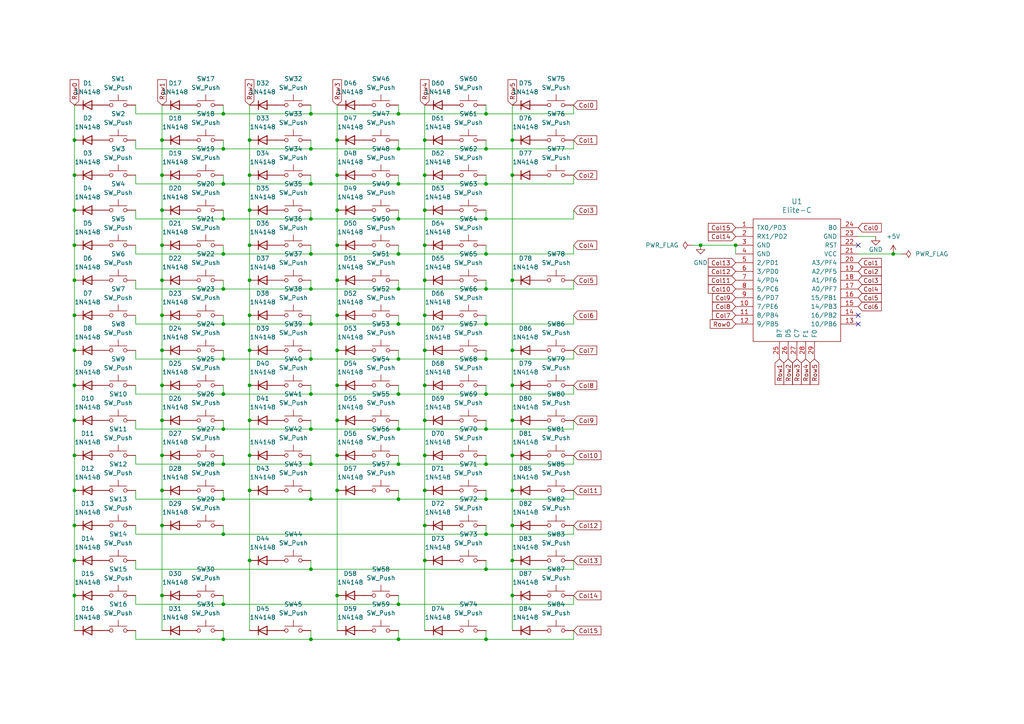
<source format=kicad_sch>
(kicad_sch (version 20231120) (generator "eeschema") (generator_version "8.0")
  (paper "A4")
  (title_block (title "Post-Mechanical Left Compact") (date "2024-05-23") (rev "1.0") (company "Quixotic Keyboards, LLC"))
  (lib_symbols
    (symbol "Diode:1N4148" (pin_numbers hide) (pin_names hide)
      (property "Reference" "D" (at 0 2.54 0))
      (property "Value" "1N4148" (at 0 -2.54 0))
      (symbol "1N4148_1_1"
        (pin passive line (at -3.81 0 0) (length 2.54) (name "K") (number "1"))
        (pin passive line (at 3.81 0 180) (length 2.54) (name "A") (number "2"))
      )
    )
    (symbol "Keebio_Parts:Elite-C" (pin_names (offset 1.016))
      (property "Reference" "U" (at 0 0 0))
      (property "Value" "Elite-C" (at 0 2.54 0))
      (symbol "Elite-C_1_1"
        (pin input line (at -17.78 13.97 0) (length 5.08) (name "TX0/PD3") (number "1"))
        (pin input line (at -17.78 -8.89 0) (length 5.08) (name "7/PE6") (number "10"))
        (pin input line (at -17.78 -11.43 0) (length 5.08) (name "8/PB4") (number "11"))
        (pin input line (at -17.78 -13.97 0) (length 5.08) (name "9/PB5") (number "12"))
        (pin input line (at 17.78 -13.97 180) (length 5.08) (name "10/PB6") (number "13"))
        (pin input line (at 17.78 -11.43 180) (length 5.08) (name "16/PB2") (number "14"))
        (pin input line (at 17.78 -8.89 180) (length 5.08) (name "14/PB3") (number "15"))
        (pin input line (at 17.78 -6.35 180) (length 5.08) (name "15/PB1") (number "16"))
        (pin input line (at 17.78 -3.81 180) (length 5.08) (name "A0/PF7") (number "17"))
        (pin input line (at 17.78 -1.27 180) (length 5.08) (name "A1/PF6") (number "18"))
        (pin input line (at 17.78 1.27 180) (length 5.08) (name "A2/PF5") (number "19"))
        (pin input line (at -17.78 11.43 0) (length 5.08) (name "RX1/PD2") (number "2"))
        (pin input line (at 17.78 3.81 180) (length 5.08) (name "A3/PF4") (number "20"))
        (pin input line (at 17.78 6.35 180) (length 5.08) (name "VCC") (number "21"))
        (pin input line (at 17.78 8.89 180) (length 5.08) (name "RST") (number "22"))
        (pin input line (at 17.78 11.43 180) (length 5.08) (name "GND") (number "23"))
        (pin input line (at 17.78 13.97 180) (length 5.08) (name "B0") (number "24"))
        (pin input line (at -5.08 -24.13 90) (length 5.08) (name "B7") (number "25"))
        (pin input line (at -2.54 -24.13 90) (length 5.08) (name "D5") (number "26"))
        (pin input line (at 0 -24.13 90) (length 5.08) (name "C7") (number "27"))
        (pin input line (at 2.54 -24.13 90) (length 5.08) (name "F1") (number "28"))
        (pin input line (at 5.08 -24.13 90) (length 5.08) (name "F0") (number "29"))
        (pin input line (at -17.78 8.89 0) (length 5.08) (name "GND") (number "3"))
        (pin input line (at -17.78 6.35 0) (length 5.08) (name "GND") (number "4"))
        (pin input line (at -17.78 3.81 0) (length 5.08) (name "2/PD1") (number "5"))
        (pin input line (at -17.78 1.27 0) (length 5.08) (name "3/PD0") (number "6"))
        (pin input line (at -17.78 -1.27 0) (length 5.08) (name "4/PD4") (number "7"))
        (pin input line (at -17.78 -3.81 0) (length 5.08) (name "5/PC6") (number "8"))
        (pin input line (at -17.78 -6.35 0) (length 5.08) (name "6/PD7") (number "9"))
      )
    )
    (symbol "Switch:SW_Push" (pin_numbers hide) (pin_names (offset 1.016) hide)
      (property "Reference" "SW" (at 1.27 2.54 0))
      (property "Value" "SW_Push" (at 0 -1.524 0))
      (symbol "SW_Push_0_1"
        (pin passive line (at -5.08 0 0) (length 2.54) (name "1") (number "1"))
        (pin passive line (at 5.08 0 180) (length 2.54) (name "2") (number "2"))
      )
    )
    (symbol "power:+5V" (power) (pin_numbers hide) (pin_names (offset 0) hide)
      (property "Value" "+5V" (at 0 3.556 0))
      (symbol "+5V_1_1"
        (pin power_in line (at 0 0 90) (length 0) (name "~") (number "1"))
      )
    )
    (symbol "power:GND" (power) (pin_numbers hide) (pin_names (offset 0) hide)
      (property "Value" "GND" (at 0 -3.81 0))
      (symbol "GND_1_1"
        (pin power_in line (at 0 0 270) (length 0) (name "~") (number "1"))
      )
    )
    (symbol "power:PWR_FLAG" (power) (pin_numbers hide) (pin_names (offset 0) hide)
      (property "Value" "PWR_FLAG" (at 0 3.81 0))
      (symbol "PWR_FLAG_0_0"
        (pin power_out line (at 0 0 90) (length 0) (name "~") (number "1"))
      )
    )
  )
  (junction (at 64.77 114.3))
  (junction (at 97.79 132.08))
  (junction (at 72.39 132.08))
  (junction (at 64.77 63.5))
  (junction (at 259.08 73.66))
  (junction (at 21.59 142.24))
  (junction (at 115.57 43.18))
  (junction (at 46.99 121.92))
  (junction (at 21.59 50.8))
  (junction (at 46.99 111.76))
  (junction (at 140.97 185.42))
  (junction (at 140.97 83.82))
  (junction (at 90.17 104.14))
  (junction (at 97.79 50.8))
  (junction (at 90.17 93.98))
  (junction (at 115.57 53.34))
  (junction (at 123.19 132.08))
  (junction (at 46.99 50.8))
  (junction (at 21.59 81.28))
  (junction (at 21.59 172.72))
  (junction (at 140.97 63.5))
  (junction (at 115.57 63.5))
  (junction (at 148.59 81.28))
  (junction (at 90.17 124.46))
  (junction (at 90.17 185.42))
  (junction (at 64.77 83.82))
  (junction (at 123.19 101.6))
  (junction (at 46.99 71.12))
  (junction (at 115.57 144.78))
  (junction (at 203.2 71.12))
  (junction (at 90.17 53.34))
  (junction (at 90.17 73.66))
  (junction (at 148.59 121.92))
  (junction (at 97.79 101.6))
  (junction (at 64.77 185.42))
  (junction (at 115.57 83.82))
  (junction (at 64.77 144.78))
  (junction (at 46.99 40.64))
  (junction (at 115.57 33.02))
  (junction (at 64.77 73.66))
  (junction (at 97.79 60.96))
  (junction (at 64.77 43.18))
  (junction (at 72.39 91.44))
  (junction (at 115.57 114.3))
  (junction (at 21.59 60.96))
  (junction (at 123.19 91.44))
  (junction (at 148.59 142.24))
  (junction (at 115.57 185.42))
  (junction (at 90.17 114.3))
  (junction (at 90.17 63.5))
  (junction (at 140.97 154.94))
  (junction (at 115.57 175.26))
  (junction (at 97.79 121.92))
  (junction (at 97.79 91.44))
  (junction (at 46.99 60.96))
  (junction (at 123.19 121.92))
  (junction (at 90.17 33.02))
  (junction (at 213.36 71.12))
  (junction (at 115.57 124.46))
  (junction (at 97.79 172.72))
  (junction (at 72.39 111.76))
  (junction (at 72.39 142.24))
  (junction (at 21.59 71.12))
  (junction (at 140.97 114.3))
  (junction (at 90.17 134.62))
  (junction (at 148.59 152.4))
  (junction (at 21.59 121.92))
  (junction (at 148.59 132.08))
  (junction (at 72.39 50.8))
  (junction (at 140.97 73.66))
  (junction (at 123.19 81.28))
  (junction (at 97.79 71.12))
  (junction (at 46.99 91.44))
  (junction (at 148.59 101.6))
  (junction (at 64.77 53.34))
  (junction (at 64.77 154.94))
  (junction (at 72.39 71.12))
  (junction (at 123.19 60.96))
  (junction (at 72.39 101.6))
  (junction (at 97.79 111.76))
  (junction (at 46.99 101.6))
  (junction (at 97.79 142.24))
  (junction (at 21.59 152.4))
  (junction (at 123.19 111.76))
  (junction (at 21.59 132.08))
  (junction (at 46.99 152.4))
  (junction (at 97.79 40.64))
  (junction (at 97.79 81.28))
  (junction (at 64.77 93.98))
  (junction (at 21.59 91.44))
  (junction (at 90.17 165.1))
  (junction (at 140.97 144.78))
  (junction (at 115.57 93.98))
  (junction (at 46.99 81.28))
  (junction (at 148.59 50.8))
  (junction (at 148.59 40.64))
  (junction (at 140.97 93.98))
  (junction (at 64.77 134.62))
  (junction (at 148.59 162.56))
  (junction (at 72.39 60.96))
  (junction (at 115.57 134.62))
  (junction (at 64.77 124.46))
  (junction (at 90.17 83.82))
  (junction (at 115.57 104.14))
  (junction (at 140.97 134.62))
  (junction (at 72.39 81.28))
  (junction (at 21.59 40.64))
  (junction (at 90.17 43.18))
  (junction (at 140.97 165.1))
  (junction (at 148.59 111.76))
  (junction (at 140.97 33.02))
  (junction (at 46.99 172.72))
  (junction (at 46.99 142.24))
  (junction (at 140.97 53.34))
  (junction (at 64.77 104.14))
  (junction (at 148.59 172.72))
  (junction (at 123.19 142.24))
  (junction (at 21.59 101.6))
  (junction (at 46.99 132.08))
  (junction (at 64.77 33.02))
  (junction (at 123.19 71.12))
  (junction (at 72.39 162.56))
  (junction (at 140.97 43.18))
  (junction (at 64.77 175.26))
  (junction (at 72.39 121.92))
  (junction (at 115.57 73.66))
  (junction (at 123.19 50.8))
  (junction (at 123.19 152.4))
  (junction (at 21.59 162.56))
  (junction (at 123.19 40.64))
  (junction (at 140.97 104.14))
  (junction (at 90.17 144.78))
  (junction (at 123.19 162.56))
  (junction (at 21.59 111.76))
  (junction (at 72.39 40.64))
  (junction (at 140.97 124.46))
  (no_connect (at 248.92 71.12))
  (no_connect (at 248.92 93.98))
  (no_connect (at 248.92 91.44))
  (wire (pts (xy 90.17 43.18) (xy 115.57 43.18)))
  (wire (pts (xy 90.17 81.28) (xy 90.17 83.82)))
  (wire (pts (xy 90.17 83.82) (xy 115.57 83.82)))
  (wire (pts (xy 140.97 104.14) (xy 166.37 104.14)))
  (wire (pts (xy 90.17 91.44) (xy 90.17 93.98)))
  (wire (pts (xy 90.17 71.12) (xy 90.17 73.66)))
  (wire (pts (xy 115.57 142.24) (xy 115.57 144.78)))
  (wire (pts (xy 21.59 142.24) (xy 21.59 152.4)))
  (wire (pts (xy 64.77 63.5) (xy 90.17 63.5)))
  (wire (pts (xy 46.99 152.4) (xy 46.99 172.72)))
  (wire (pts (xy 97.79 81.28) (xy 97.79 91.44)))
  (wire (pts (xy 21.59 71.12) (xy 21.59 81.28)))
  (wire (pts (xy 64.77 73.66) (xy 90.17 73.66)))
  (wire (pts (xy 72.39 132.08) (xy 72.39 142.24)))
  (wire (pts (xy 140.97 165.1) (xy 166.37 165.1)))
  (wire (pts (xy 46.99 50.8) (xy 46.99 60.96)))
  (wire (pts (xy 166.37 111.76) (xy 166.37 114.3)))
  (wire (pts (xy 39.37 172.72) (xy 39.37 175.26)))
  (wire (pts (xy 140.97 71.12) (xy 140.97 73.66)))
  (wire (pts (xy 39.37 144.78) (xy 64.77 144.78)))
  (wire (pts (xy 140.97 81.28) (xy 140.97 83.82)))
  (wire (pts (xy 97.79 142.24) (xy 97.79 172.72)))
  (wire (pts (xy 64.77 152.4) (xy 64.77 154.94)))
  (wire (pts (xy 39.37 81.28) (xy 39.37 83.82)))
  (wire (pts (xy 64.77 81.28) (xy 64.77 83.82)))
  (wire (pts (xy 140.97 60.96) (xy 140.97 63.5)))
  (wire (pts (xy 115.57 132.08) (xy 115.57 134.62)))
  (wire (pts (xy 21.59 152.4) (xy 21.59 162.56)))
  (wire (pts (xy 39.37 182.88) (xy 39.37 185.42)))
  (wire (pts (xy 213.36 71.12) (xy 213.36 73.66)))
  (wire (pts (xy 115.57 134.62) (xy 140.97 134.62)))
  (wire (pts (xy 90.17 124.46) (xy 115.57 124.46)))
  (wire (pts (xy 166.37 162.56) (xy 166.37 165.1)))
  (wire (pts (xy 140.97 43.18) (xy 166.37 43.18)))
  (wire (pts (xy 21.59 121.92) (xy 21.59 132.08)))
  (wire (pts (xy 39.37 152.4) (xy 39.37 154.94)))
  (wire (pts (xy 115.57 63.5) (xy 140.97 63.5)))
  (wire (pts (xy 72.39 101.6) (xy 72.39 111.76)))
  (wire (pts (xy 97.79 30.48) (xy 97.79 40.64)))
  (wire (pts (xy 166.37 142.24) (xy 166.37 144.78)))
  (wire (pts (xy 140.97 93.98) (xy 166.37 93.98)))
  (wire (pts (xy 90.17 185.42) (xy 115.57 185.42)))
  (wire (pts (xy 123.19 111.76) (xy 123.19 121.92)))
  (wire (pts (xy 115.57 111.76) (xy 115.57 114.3)))
  (wire (pts (xy 21.59 30.48) (xy 21.59 40.64)))
  (wire (pts (xy 97.79 111.76) (xy 97.79 121.92)))
  (wire (pts (xy 90.17 165.1) (xy 140.97 165.1)))
  (wire (pts (xy 90.17 50.8) (xy 90.17 53.34)))
  (wire (pts (xy 39.37 40.64) (xy 39.37 43.18)))
  (wire (pts (xy 90.17 53.34) (xy 115.57 53.34)))
  (wire (pts (xy 90.17 101.6) (xy 90.17 104.14)))
  (wire (pts (xy 46.99 101.6) (xy 46.99 111.76)))
  (wire (pts (xy 64.77 40.64) (xy 64.77 43.18)))
  (wire (pts (xy 148.59 50.8) (xy 148.59 81.28)))
  (wire (pts (xy 166.37 101.6) (xy 166.37 104.14)))
  (wire (pts (xy 39.37 185.42) (xy 64.77 185.42)))
  (wire (pts (xy 64.77 93.98) (xy 90.17 93.98)))
  (wire (pts (xy 90.17 104.14) (xy 115.57 104.14)))
  (wire (pts (xy 115.57 43.18) (xy 140.97 43.18)))
  (wire (pts (xy 115.57 175.26) (xy 166.37 175.26)))
  (wire (pts (xy 39.37 175.26) (xy 64.77 175.26)))
  (wire (pts (xy 140.97 40.64) (xy 140.97 43.18)))
  (wire (pts (xy 166.37 30.48) (xy 166.37 33.02)))
  (wire (pts (xy 21.59 40.64) (xy 21.59 50.8)))
  (wire (pts (xy 90.17 121.92) (xy 90.17 124.46)))
  (wire (pts (xy 72.39 162.56) (xy 72.39 182.88)))
  (wire (pts (xy 46.99 81.28) (xy 46.99 91.44)))
  (wire (pts (xy 115.57 33.02) (xy 140.97 33.02)))
  (wire (pts (xy 64.77 104.14) (xy 90.17 104.14)))
  (wire (pts (xy 21.59 162.56) (xy 21.59 172.72)))
  (wire (pts (xy 72.39 142.24) (xy 72.39 162.56)))
  (wire (pts (xy 72.39 111.76) (xy 72.39 121.92)))
  (wire (pts (xy 115.57 53.34) (xy 140.97 53.34)))
  (wire (pts (xy 115.57 172.72) (xy 115.57 175.26)))
  (wire (pts (xy 148.59 111.76) (xy 148.59 121.92)))
  (wire (pts (xy 72.39 121.92) (xy 72.39 132.08)))
  (wire (pts (xy 21.59 60.96) (xy 21.59 71.12)))
  (wire (pts (xy 123.19 40.64) (xy 123.19 50.8)))
  (wire (pts (xy 39.37 33.02) (xy 64.77 33.02)))
  (wire (pts (xy 39.37 124.46) (xy 64.77 124.46)))
  (wire (pts (xy 39.37 111.76) (xy 39.37 114.3)))
  (wire (pts (xy 46.99 132.08) (xy 46.99 142.24)))
  (wire (pts (xy 140.97 121.92) (xy 140.97 124.46)))
  (wire (pts (xy 115.57 91.44) (xy 115.57 93.98)))
  (wire (pts (xy 140.97 152.4) (xy 140.97 154.94)))
  (wire (pts (xy 140.97 63.5) (xy 166.37 63.5)))
  (wire (pts (xy 248.92 73.66) (xy 259.08 73.66)))
  (wire (pts (xy 39.37 104.14) (xy 64.77 104.14)))
  (wire (pts (xy 140.97 91.44) (xy 140.97 93.98)))
  (wire (pts (xy 21.59 172.72) (xy 21.59 182.88)))
  (wire (pts (xy 64.77 83.82) (xy 90.17 83.82)))
  (wire (pts (xy 123.19 121.92) (xy 123.19 132.08)))
  (wire (pts (xy 97.79 71.12) (xy 97.79 81.28)))
  (wire (pts (xy 72.39 30.48) (xy 72.39 40.64)))
  (wire (pts (xy 200.66 71.12) (xy 203.2 71.12)))
  (wire (pts (xy 148.59 30.48) (xy 148.59 40.64)))
  (wire (pts (xy 90.17 30.48) (xy 90.17 33.02)))
  (wire (pts (xy 115.57 71.12) (xy 115.57 73.66)))
  (wire (pts (xy 115.57 81.28) (xy 115.57 83.82)))
  (wire (pts (xy 148.59 101.6) (xy 148.59 111.76)))
  (wire (pts (xy 39.37 142.24) (xy 39.37 144.78)))
  (wire (pts (xy 64.77 132.08) (xy 64.77 134.62)))
  (wire (pts (xy 148.59 142.24) (xy 148.59 152.4)))
  (wire (pts (xy 166.37 71.12) (xy 166.37 73.66)))
  (wire (pts (xy 97.79 101.6) (xy 97.79 111.76)))
  (wire (pts (xy 72.39 71.12) (xy 72.39 81.28)))
  (wire (pts (xy 64.77 53.34) (xy 90.17 53.34)))
  (wire (pts (xy 115.57 124.46) (xy 140.97 124.46)))
  (wire (pts (xy 115.57 182.88) (xy 115.57 185.42)))
  (wire (pts (xy 21.59 132.08) (xy 21.59 142.24)))
  (wire (pts (xy 115.57 40.64) (xy 115.57 43.18)))
  (wire (pts (xy 140.97 33.02) (xy 166.37 33.02)))
  (wire (pts (xy 261.62 73.66) (xy 259.08 73.66)))
  (wire (pts (xy 46.99 142.24) (xy 46.99 152.4)))
  (wire (pts (xy 166.37 40.64) (xy 166.37 43.18)))
  (wire (pts (xy 64.77 43.18) (xy 90.17 43.18)))
  (wire (pts (xy 97.79 91.44) (xy 97.79 101.6)))
  (wire (pts (xy 39.37 93.98) (xy 64.77 93.98)))
  (wire (pts (xy 140.97 154.94) (xy 166.37 154.94)))
  (wire (pts (xy 72.39 81.28) (xy 72.39 91.44)))
  (wire (pts (xy 39.37 73.66) (xy 64.77 73.66)))
  (wire (pts (xy 140.97 134.62) (xy 166.37 134.62)))
  (wire (pts (xy 39.37 43.18) (xy 64.77 43.18)))
  (wire (pts (xy 148.59 172.72) (xy 148.59 182.88)))
  (wire (pts (xy 148.59 81.28) (xy 148.59 101.6)))
  (wire (pts (xy 140.97 182.88) (xy 140.97 185.42)))
  (wire (pts (xy 64.77 124.46) (xy 90.17 124.46)))
  (wire (pts (xy 64.77 144.78) (xy 90.17 144.78)))
  (wire (pts (xy 39.37 101.6) (xy 39.37 104.14)))
  (wire (pts (xy 90.17 63.5) (xy 115.57 63.5)))
  (wire (pts (xy 123.19 30.48) (xy 123.19 40.64)))
  (wire (pts (xy 64.77 71.12) (xy 64.77 73.66)))
  (wire (pts (xy 46.99 91.44) (xy 46.99 101.6)))
  (wire (pts (xy 64.77 91.44) (xy 64.77 93.98)))
  (wire (pts (xy 90.17 142.24) (xy 90.17 144.78)))
  (wire (pts (xy 115.57 60.96) (xy 115.57 63.5)))
  (wire (pts (xy 39.37 83.82) (xy 64.77 83.82)))
  (wire (pts (xy 166.37 50.8) (xy 166.37 53.34)))
  (wire (pts (xy 46.99 71.12) (xy 46.99 81.28)))
  (wire (pts (xy 140.97 53.34) (xy 166.37 53.34)))
  (wire (pts (xy 97.79 50.8) (xy 97.79 60.96)))
  (wire (pts (xy 64.77 60.96) (xy 64.77 63.5)))
  (wire (pts (xy 140.97 83.82) (xy 115.57 83.82)))
  (wire (pts (xy 97.79 121.92) (xy 97.79 132.08)))
  (wire (pts (xy 140.97 73.66) (xy 166.37 73.66)))
  (wire (pts (xy 90.17 73.66) (xy 115.57 73.66)))
  (wire (pts (xy 148.59 121.92) (xy 148.59 132.08)))
  (wire (pts (xy 123.19 132.08) (xy 123.19 142.24)))
  (wire (pts (xy 21.59 91.44) (xy 21.59 101.6)))
  (wire (pts (xy 39.37 30.48) (xy 39.37 33.02)))
  (wire (pts (xy 64.77 33.02) (xy 90.17 33.02)))
  (wire (pts (xy 90.17 40.64) (xy 90.17 43.18)))
  (wire (pts (xy 97.79 40.64) (xy 97.79 50.8)))
  (wire (pts (xy 140.97 30.48) (xy 140.97 33.02)))
  (wire (pts (xy 39.37 162.56) (xy 39.37 165.1)))
  (wire (pts (xy 39.37 114.3) (xy 64.77 114.3)))
  (wire (pts (xy 148.59 152.4) (xy 148.59 162.56)))
  (wire (pts (xy 90.17 144.78) (xy 115.57 144.78)))
  (wire (pts (xy 46.99 60.96) (xy 46.99 71.12)))
  (wire (pts (xy 148.59 162.56) (xy 148.59 172.72)))
  (wire (pts (xy 115.57 50.8) (xy 115.57 53.34)))
  (wire (pts (xy 90.17 132.08) (xy 90.17 134.62)))
  (wire (pts (xy 64.77 175.26) (xy 115.57 175.26)))
  (wire (pts (xy 140.97 142.24) (xy 140.97 144.78)))
  (wire (pts (xy 166.37 81.28) (xy 166.37 83.82)))
  (wire (pts (xy 21.59 101.6) (xy 21.59 111.76)))
  (wire (pts (xy 115.57 185.42) (xy 140.97 185.42)))
  (wire (pts (xy 97.79 132.08) (xy 97.79 142.24)))
  (wire (pts (xy 90.17 60.96) (xy 90.17 63.5)))
  (wire (pts (xy 64.77 114.3) (xy 90.17 114.3)))
  (wire (pts (xy 64.77 50.8) (xy 64.77 53.34)))
  (wire (pts (xy 64.77 142.24) (xy 64.77 144.78)))
  (wire (pts (xy 90.17 182.88) (xy 90.17 185.42)))
  (wire (pts (xy 46.99 121.92) (xy 46.99 132.08)))
  (wire (pts (xy 166.37 91.44) (xy 166.37 93.98)))
  (wire (pts (xy 115.57 73.66) (xy 140.97 73.66)))
  (wire (pts (xy 140.97 132.08) (xy 140.97 134.62)))
  (wire (pts (xy 123.19 162.56) (xy 123.19 182.88)))
  (wire (pts (xy 90.17 33.02) (xy 115.57 33.02)))
  (wire (pts (xy 46.99 30.48) (xy 46.99 40.64)))
  (wire (pts (xy 97.79 60.96) (xy 97.79 71.12)))
  (wire (pts (xy 123.19 152.4) (xy 123.19 162.56)))
  (wire (pts (xy 39.37 53.34) (xy 64.77 53.34)))
  (wire (pts (xy 64.77 30.48) (xy 64.77 33.02)))
  (wire (pts (xy 39.37 63.5) (xy 64.77 63.5)))
  (wire (pts (xy 21.59 81.28) (xy 21.59 91.44)))
  (wire (pts (xy 140.97 185.42) (xy 166.37 185.42)))
  (wire (pts (xy 64.77 172.72) (xy 64.77 175.26)))
  (wire (pts (xy 123.19 60.96) (xy 123.19 71.12)))
  (wire (pts (xy 115.57 101.6) (xy 115.57 104.14)))
  (wire (pts (xy 39.37 154.94) (xy 64.77 154.94)))
  (wire (pts (xy 39.37 71.12) (xy 39.37 73.66)))
  (wire (pts (xy 46.99 111.76) (xy 46.99 121.92)))
  (wire (pts (xy 64.77 154.94) (xy 140.97 154.94)))
  (wire (pts (xy 72.39 60.96) (xy 72.39 71.12)))
  (wire (pts (xy 64.77 134.62) (xy 90.17 134.62)))
  (wire (pts (xy 90.17 111.76) (xy 90.17 114.3)))
  (wire (pts (xy 39.37 91.44) (xy 39.37 93.98)))
  (wire (pts (xy 46.99 172.72) (xy 46.99 182.88)))
  (wire (pts (xy 72.39 50.8) (xy 72.39 60.96)))
  (wire (pts (xy 39.37 121.92) (xy 39.37 124.46)))
  (wire (pts (xy 115.57 30.48) (xy 115.57 33.02)))
  (wire (pts (xy 115.57 144.78) (xy 140.97 144.78)))
  (wire (pts (xy 140.97 111.76) (xy 140.97 114.3)))
  (wire (pts (xy 248.92 68.58) (xy 254 68.58)))
  (wire (pts (xy 166.37 121.92) (xy 166.37 124.46)))
  (wire (pts (xy 64.77 111.76) (xy 64.77 114.3)))
  (wire (pts (xy 148.59 132.08) (xy 148.59 142.24)))
  (wire (pts (xy 148.59 40.64) (xy 148.59 50.8)))
  (wire (pts (xy 115.57 104.14) (xy 140.97 104.14)))
  (wire (pts (xy 140.97 83.82) (xy 166.37 83.82)))
  (wire (pts (xy 140.97 114.3) (xy 166.37 114.3)))
  (wire (pts (xy 140.97 124.46) (xy 166.37 124.46)))
  (wire (pts (xy 140.97 50.8) (xy 140.97 53.34)))
  (wire (pts (xy 166.37 132.08) (xy 166.37 134.62)))
  (wire (pts (xy 90.17 134.62) (xy 115.57 134.62)))
  (wire (pts (xy 46.99 40.64) (xy 46.99 50.8)))
  (wire (pts (xy 123.19 50.8) (xy 123.19 60.96)))
  (wire (pts (xy 39.37 134.62) (xy 64.77 134.62)))
  (wire (pts (xy 21.59 111.76) (xy 21.59 121.92)))
  (wire (pts (xy 64.77 182.88) (xy 64.77 185.42)))
  (wire (pts (xy 115.57 93.98) (xy 140.97 93.98)))
  (wire (pts (xy 72.39 40.64) (xy 72.39 50.8)))
  (wire (pts (xy 166.37 60.96) (xy 166.37 63.5)))
  (wire (pts (xy 123.19 101.6) (xy 123.19 111.76)))
  (wire (pts (xy 123.19 142.24) (xy 123.19 152.4)))
  (wire (pts (xy 166.37 152.4) (xy 166.37 154.94)))
  (wire (pts (xy 123.19 71.12) (xy 123.19 81.28)))
  (wire (pts (xy 90.17 114.3) (xy 115.57 114.3)))
  (wire (pts (xy 39.37 165.1) (xy 90.17 165.1)))
  (wire (pts (xy 39.37 132.08) (xy 39.37 134.62)))
  (wire (pts (xy 64.77 185.42) (xy 90.17 185.42)))
  (wire (pts (xy 90.17 93.98) (xy 115.57 93.98)))
  (wire (pts (xy 97.79 172.72) (xy 97.79 182.88)))
  (wire (pts (xy 115.57 121.92) (xy 115.57 124.46)))
  (wire (pts (xy 64.77 101.6) (xy 64.77 104.14)))
  (wire (pts (xy 123.19 91.44) (xy 123.19 101.6)))
  (wire (pts (xy 140.97 101.6) (xy 140.97 104.14)))
  (wire (pts (xy 166.37 172.72) (xy 166.37 175.26)))
  (wire (pts (xy 39.37 50.8) (xy 39.37 53.34)))
  (wire (pts (xy 140.97 162.56) (xy 140.97 165.1)))
  (wire (pts (xy 72.39 91.44) (xy 72.39 101.6)))
  (wire (pts (xy 39.37 60.96) (xy 39.37 63.5)))
  (wire (pts (xy 140.97 144.78) (xy 166.37 144.78)))
  (wire (pts (xy 115.57 114.3) (xy 140.97 114.3)))
  (wire (pts (xy 21.59 50.8) (xy 21.59 60.96)))
  (wire (pts (xy 64.77 121.92) (xy 64.77 124.46)))
  (wire (pts (xy 90.17 162.56) (xy 90.17 165.1)))
  (wire (pts (xy 166.37 182.88) (xy 166.37 185.42)))
  (wire (pts (xy 123.19 81.28) (xy 123.19 91.44)))
  (wire (pts (xy 203.2 71.12) (xy 213.36 71.12)))
  (global_label "Col3" (shape input) (at 248.92 81.28 0) (property "Intersheetrefs" "${INTERSHEET_REFS}" (effects (hide yes))))
  (global_label "Col7" (shape input) (at 166.37 101.6 0) (property "Intersheetrefs" "${INTERSHEET_REFS}" (effects (hide yes))))
  (global_label "Col15" (shape input) (at 213.36 66.04 180) (property "Intersheetrefs" "${INTERSHEET_REFS}" (effects (hide yes))))
  (global_label "Col14" (shape input) (at 213.36 68.58 180) (property "Intersheetrefs" "${INTERSHEET_REFS}" (effects (hide yes))))
  (global_label "Col12" (shape input) (at 166.37 152.4 0) (property "Intersheetrefs" "${INTERSHEET_REFS}" (effects (hide yes))))
  (global_label "Row5" (shape input) (at 148.59 30.48 90) (property "Intersheetrefs" "${INTERSHEET_REFS}" (effects (hide yes))))
  (global_label "Col4" (shape input) (at 166.37 71.12 0) (property "Intersheetrefs" "${INTERSHEET_REFS}" (effects (hide yes))))
  (global_label "Col9" (shape input) (at 166.37 121.92 0) (property "Intersheetrefs" "${INTERSHEET_REFS}" (effects (hide yes))))
  (global_label "Col13" (shape input) (at 213.36 76.2 180) (property "Intersheetrefs" "${INTERSHEET_REFS}" (effects (hide yes))))
  (global_label "Row5" (shape input) (at 236.22 104.14 270) (property "Intersheetrefs" "${INTERSHEET_REFS}" (effects (hide yes))))
  (global_label "Row1" (shape input) (at 46.99 30.48 90) (property "Intersheetrefs" "${INTERSHEET_REFS}" (effects (hide yes))))
  (global_label "Col3" (shape input) (at 166.37 60.96 0) (property "Intersheetrefs" "${INTERSHEET_REFS}" (effects (hide yes))))
  (global_label "Col12" (shape input) (at 213.36 78.74 180) (property "Intersheetrefs" "${INTERSHEET_REFS}" (effects (hide yes))))
  (global_label "Col1" (shape input) (at 166.37 40.64 0) (property "Intersheetrefs" "${INTERSHEET_REFS}" (effects (hide yes))))
  (global_label "Col2" (shape input) (at 248.92 78.74 0) (property "Intersheetrefs" "${INTERSHEET_REFS}" (effects (hide yes))))
  (global_label "Row4" (shape input) (at 233.68 104.14 270) (property "Intersheetrefs" "${INTERSHEET_REFS}" (effects (hide yes))))
  (global_label "Row1" (shape input) (at 226.06 104.14 270) (property "Intersheetrefs" "${INTERSHEET_REFS}" (effects (hide yes))))
  (global_label "Col9" (shape input) (at 213.36 86.36 180) (property "Intersheetrefs" "${INTERSHEET_REFS}" (effects (hide yes))))
  (global_label "Col14" (shape input) (at 166.37 172.72 0) (property "Intersheetrefs" "${INTERSHEET_REFS}" (effects (hide yes))))
  (global_label "Col10" (shape input) (at 166.37 132.08 0) (property "Intersheetrefs" "${INTERSHEET_REFS}" (effects (hide yes))))
  (global_label "Col7" (shape input) (at 213.36 91.44 180) (property "Intersheetrefs" "${INTERSHEET_REFS}" (effects (hide yes))))
  (global_label "Col4" (shape input) (at 248.92 83.82 0) (property "Intersheetrefs" "${INTERSHEET_REFS}" (effects (hide yes))))
  (global_label "Col0" (shape input) (at 248.92 66.04 0) (property "Intersheetrefs" "${INTERSHEET_REFS}" (effects (hide yes))))
  (global_label "Col0" (shape input) (at 166.37 30.48 0) (property "Intersheetrefs" "${INTERSHEET_REFS}" (effects (hide yes))))
  (global_label "Col1" (shape input) (at 248.92 76.2 0) (property "Intersheetrefs" "${INTERSHEET_REFS}" (effects (hide yes))))
  (global_label "Row3" (shape input) (at 97.79 30.48 90) (property "Intersheetrefs" "${INTERSHEET_REFS}" (effects (hide yes))))
  (global_label "Col8" (shape input) (at 213.36 88.9 180) (property "Intersheetrefs" "${INTERSHEET_REFS}" (effects (hide yes))))
  (global_label "Col10" (shape input) (at 213.36 83.82 180) (property "Intersheetrefs" "${INTERSHEET_REFS}" (effects (hide yes))))
  (global_label "Col6" (shape input) (at 248.92 88.9 0) (property "Intersheetrefs" "${INTERSHEET_REFS}" (effects (hide yes))))
  (global_label "Row0" (shape input) (at 21.59 30.48 90) (property "Intersheetrefs" "${INTERSHEET_REFS}" (effects (hide yes))))
  (global_label "Col5" (shape input) (at 166.37 81.28 0) (property "Intersheetrefs" "${INTERSHEET_REFS}" (effects (hide yes))))
  (global_label "Row4" (shape input) (at 123.19 30.48 90) (property "Intersheetrefs" "${INTERSHEET_REFS}" (effects (hide yes))))
  (global_label "Row2" (shape input) (at 72.39 30.48 90) (property "Intersheetrefs" "${INTERSHEET_REFS}" (effects (hide yes))))
  (global_label "Row0" (shape input) (at 213.36 93.98 180) (property "Intersheetrefs" "${INTERSHEET_REFS}" (effects (hide yes))))
  (global_label "Col11" (shape input) (at 166.37 142.24 0) (property "Intersheetrefs" "${INTERSHEET_REFS}" (effects (hide yes))))
  (global_label "Col5" (shape input) (at 248.92 86.36 0) (property "Intersheetrefs" "${INTERSHEET_REFS}" (effects (hide yes))))
  (global_label "Row2" (shape input) (at 228.6 104.14 270) (property "Intersheetrefs" "${INTERSHEET_REFS}" (effects (hide yes))))
  (global_label "Col8" (shape input) (at 166.37 111.76 0) (property "Intersheetrefs" "${INTERSHEET_REFS}" (effects (hide yes))))
  (global_label "Col15" (shape input) (at 166.37 182.88 0) (property "Intersheetrefs" "${INTERSHEET_REFS}" (effects (hide yes))))
  (global_label "Col6" (shape input) (at 166.37 91.44 0) (property "Intersheetrefs" "${INTERSHEET_REFS}" (effects (hide yes))))
  (global_label "Col11" (shape input) (at 213.36 81.28 180) (property "Intersheetrefs" "${INTERSHEET_REFS}" (effects (hide yes))))
  (global_label "Row3" (shape input) (at 231.14 104.14 270) (property "Intersheetrefs" "${INTERSHEET_REFS}" (effects (hide yes))))
  (global_label "Col13" (shape input) (at 166.37 162.56 0) (property "Intersheetrefs" "${INTERSHEET_REFS}" (effects (hide yes))))
  (global_label "Col2" (shape input) (at 166.37 50.8 0) (property "Intersheetrefs" "${INTERSHEET_REFS}" (effects (hide yes))))
  (symbol (lib_id "Switch:SW_Push") (at 161.29 142.24 0) (unit 1)
    (property "Reference" "SW85" (at 161.29 134.62 0))
    (property "Value" "SW_Push" (at 161.29 137.16 0))
    (property "Footprint" "Button_Switch_Keyboard:SW_Cherry_MX_1.00u_PCB" (effects (hide yes)))
    (property "Description" "Push button switch, generic, two pins" (effects (hide yes)))
  )
  (symbol (lib_id "Diode:1N4148") (at 25.4 172.72 0) (unit 1)
    (property "Reference" "D15" (at 25.4 166.37 0))
    (property "Value" "1N4148" (at 25.4 168.91 0))
    (property "Footprint" "Diode_THT:D_DO-35_SOD27_P7.62mm_Horizontal" (effects (hide yes)))
    (property "Datasheet" "https://assets.nexperia.com/documents/data-sheet/1N4148_1N4448.pdf" (effects (hide yes)))
    (property "Description" "100V 0.15A standard switching diode, DO-35" (effects (hide yes)))
    (property "Sim.Device" "D" (effects (hide yes)))
    (property "Sim.Pins" "1=K 2=A" (effects (hide yes)))
  )
  (symbol (lib_id "Switch:SW_Push") (at 161.29 81.28 0) (unit 1)
    (property "Reference" "SW78" (at 161.29 73.66 0))
    (property "Value" "SW_Push" (at 161.29 76.2 0))
    (property "Footprint" "Dholydai_MX:SW_Cherry_MX_6.00u_PCB_Stagger" (effects (hide yes)))
    (property "Description" "Push button switch, generic, two pins" (effects (hide yes)))
  )
  (symbol (lib_id "Switch:SW_Push") (at 34.29 91.44 0) (unit 1)
    (property "Reference" "SW7" (at 34.29 83.82 0))
    (property "Value" "SW_Push" (at 34.29 86.36 0))
    (property "Footprint" "Button_Switch_Keyboard:SW_Cherry_MX_1.00u_PCB" (effects (hide yes)))
    (property "Description" "Push button switch, generic, two pins" (effects (hide yes)))
  )
  (symbol (lib_id "Diode:1N4148") (at 76.2 30.48 0) (unit 1)
    (property "Reference" "D32" (at 76.2 24.13 0))
    (property "Value" "1N4148" (at 76.2 26.67 0))
    (property "Footprint" "Diode_THT:D_DO-35_SOD27_P7.62mm_Horizontal" (effects (hide yes)))
    (property "Datasheet" "https://assets.nexperia.com/documents/data-sheet/1N4148_1N4448.pdf" (effects (hide yes)))
    (property "Description" "100V 0.15A standard switching diode, DO-35" (effects (hide yes)))
    (property "Sim.Device" "D" (effects (hide yes)))
    (property "Sim.Pins" "1=K 2=A" (effects (hide yes)))
  )
  (symbol (lib_id "Switch:SW_Push") (at 161.29 40.64 0) (unit 1)
    (property "Reference" "SW76" (at 161.29 33.02 0))
    (property "Value" "SW_Push" (at 161.29 35.56 0))
    (property "Footprint" "Button_Switch_Keyboard:SW_Cherry_MX_1.00u_PCB" (effects (hide yes)))
    (property "Description" "Push button switch, generic, two pins" (effects (hide yes)))
  )
  (symbol (lib_id "Diode:1N4148") (at 25.4 40.64 0) (unit 1)
    (property "Reference" "D2" (at 25.4 34.29 0))
    (property "Value" "1N4148" (at 25.4 36.83 0))
    (property "Footprint" "Diode_THT:D_DO-35_SOD27_P7.62mm_Horizontal" (effects (hide yes)))
    (property "Datasheet" "https://assets.nexperia.com/documents/data-sheet/1N4148_1N4448.pdf" (effects (hide yes)))
    (property "Description" "100V 0.15A standard switching diode, DO-35" (effects (hide yes)))
    (property "Sim.Device" "D" (effects (hide yes)))
    (property "Sim.Pins" "1=K 2=A" (effects (hide yes)))
  )
  (symbol (lib_id "Switch:SW_Push") (at 85.09 182.88 0) (unit 1)
    (property "Reference" "SW45" (at 85.09 175.26 0))
    (property "Value" "SW_Push" (at 85.09 177.8 0))
    (property "Footprint" "Button_Switch_Keyboard:SW_Cherry_MX_1.00u_PCB" (effects (hide yes)))
    (property "Description" "Push button switch, generic, two pins" (effects (hide yes)))
  )
  (symbol (lib_id "Diode:1N4148") (at 101.6 91.44 0) (unit 1)
    (property "Reference" "D52" (at 101.6 85.09 0))
    (property "Value" "1N4148" (at 101.6 87.63 0))
    (property "Footprint" "Diode_THT:D_DO-35_SOD27_P7.62mm_Horizontal" (effects (hide yes)))
    (property "Datasheet" "https://assets.nexperia.com/documents/data-sheet/1N4148_1N4448.pdf" (effects (hide yes)))
    (property "Description" "100V 0.15A standard switching diode, DO-35" (effects (hide yes)))
    (property "Sim.Device" "D" (effects (hide yes)))
    (property "Sim.Pins" "1=K 2=A" (effects (hide yes)))
  )
  (symbol (lib_id "Switch:SW_Push") (at 135.89 71.12 0) (unit 1)
    (property "Reference" "SW64" (at 135.89 63.5 0))
    (property "Value" "SW_Push" (at 135.89 66.04 0))
    (property "Footprint" "Button_Switch_Keyboard:SW_Cherry_MX_1.00u_PCB" (effects (hide yes)))
    (property "Description" "Push button switch, generic, two pins" (effects (hide yes)))
  )
  (symbol (lib_id "power:GND") (at 203.2 71.12 0) (unit 1)
    (property "Reference" "#PWR01" (effects (hide yes)))
    (property "Value" "GND" (at 203.2 76.2 0))
    (property "Description" "Power symbol creates a global label with name \"GND\" , ground" (effects (hide yes)))
  )
  (symbol (lib_id "Switch:SW_Push") (at 110.49 182.88 0) (unit 1)
    (property "Reference" "SW59" (at 110.49 175.26 0))
    (property "Value" "SW_Push" (at 110.49 177.8 0))
    (property "Footprint" "Button_Switch_Keyboard:SW_Cherry_MX_1.00u_PCB" (effects (hide yes)))
    (property "Description" "Push button switch, generic, two pins" (effects (hide yes)))
  )
  (symbol (lib_id "Switch:SW_Push") (at 161.29 50.8 0) (unit 1)
    (property "Reference" "SW77" (at 161.29 43.18 0))
    (property "Value" "SW_Push" (at 161.29 45.72 0))
    (property "Footprint" "Button_Switch_Keyboard:SW_Cherry_MX_1.25u_PCB" (effects (hide yes)))
    (property "Description" "Push button switch, generic, two pins" (effects (hide yes)))
  )
  (symbol (lib_id "Switch:SW_Push") (at 85.09 40.64 0) (unit 1)
    (property "Reference" "SW33" (at 85.09 33.02 0))
    (property "Value" "SW_Push" (at 85.09 35.56 0))
    (property "Footprint" "Button_Switch_Keyboard:SW_Cherry_MX_1.00u_PCB" (effects (hide yes)))
    (property "Description" "Push button switch, generic, two pins" (effects (hide yes)))
  )
  (symbol (lib_id "Diode:1N4148") (at 25.4 142.24 0) (unit 1)
    (property "Reference" "D12" (at 25.4 135.89 0))
    (property "Value" "1N4148" (at 25.4 138.43 0))
    (property "Footprint" "Diode_THT:D_DO-35_SOD27_P7.62mm_Horizontal" (effects (hide yes)))
    (property "Datasheet" "https://assets.nexperia.com/documents/data-sheet/1N4148_1N4448.pdf" (effects (hide yes)))
    (property "Description" "100V 0.15A standard switching diode, DO-35" (effects (hide yes)))
    (property "Sim.Device" "D" (effects (hide yes)))
    (property "Sim.Pins" "1=K 2=A" (effects (hide yes)))
  )
  (symbol (lib_id "Switch:SW_Push") (at 34.29 172.72 0) (unit 1)
    (property "Reference" "SW15" (at 34.29 165.1 0))
    (property "Value" "SW_Push" (at 34.29 167.64 0))
    (property "Footprint" "Button_Switch_Keyboard:SW_Cherry_MX_1.00u_PCB" (effects (hide yes)))
    (property "Description" "Push button switch, generic, two pins" (effects (hide yes)))
  )
  (symbol (lib_id "Diode:1N4148") (at 25.4 91.44 0) (unit 1)
    (property "Reference" "D7" (at 25.4 85.09 0))
    (property "Value" "1N4148" (at 25.4 87.63 0))
    (property "Footprint" "Diode_THT:D_DO-35_SOD27_P7.62mm_Horizontal" (effects (hide yes)))
    (property "Datasheet" "https://assets.nexperia.com/documents/data-sheet/1N4148_1N4448.pdf" (effects (hide yes)))
    (property "Description" "100V 0.15A standard switching diode, DO-35" (effects (hide yes)))
    (property "Sim.Device" "D" (effects (hide yes)))
    (property "Sim.Pins" "1=K 2=A" (effects (hide yes)))
  )
  (symbol (lib_id "Diode:1N4148") (at 76.2 81.28 0) (unit 1)
    (property "Reference" "D37" (at 76.2 74.93 0))
    (property "Value" "1N4148" (at 76.2 77.47 0))
    (property "Footprint" "Diode_THT:D_DO-35_SOD27_P7.62mm_Horizontal" (effects (hide yes)))
    (property "Datasheet" "https://assets.nexperia.com/documents/data-sheet/1N4148_1N4448.pdf" (effects (hide yes)))
    (property "Description" "100V 0.15A standard switching diode, DO-35" (effects (hide yes)))
    (property "Sim.Device" "D" (effects (hide yes)))
    (property "Sim.Pins" "1=K 2=A" (effects (hide yes)))
  )
  (symbol (lib_id "Diode:1N4148") (at 101.6 132.08 0) (unit 1)
    (property "Reference" "D56" (at 101.6 125.73 0))
    (property "Value" "1N4148" (at 101.6 128.27 0))
    (property "Footprint" "Diode_THT:D_DO-35_SOD27_P7.62mm_Horizontal" (effects (hide yes)))
    (property "Datasheet" "https://assets.nexperia.com/documents/data-sheet/1N4148_1N4448.pdf" (effects (hide yes)))
    (property "Description" "100V 0.15A standard switching diode, DO-35" (effects (hide yes)))
    (property "Sim.Device" "D" (effects (hide yes)))
    (property "Sim.Pins" "1=K 2=A" (effects (hide yes)))
  )
  (symbol (lib_id "Diode:1N4148") (at 101.6 60.96 0) (unit 1)
    (property "Reference" "D49" (at 101.6 54.61 0))
    (property "Value" "1N4148" (at 101.6 57.15 0))
    (property "Footprint" "Diode_THT:D_DO-35_SOD27_P7.62mm_Horizontal" (effects (hide yes)))
    (property "Datasheet" "https://assets.nexperia.com/documents/data-sheet/1N4148_1N4448.pdf" (effects (hide yes)))
    (property "Description" "100V 0.15A standard switching diode, DO-35" (effects (hide yes)))
    (property "Sim.Device" "D" (effects (hide yes)))
    (property "Sim.Pins" "1=K 2=A" (effects (hide yes)))
  )
  (symbol (lib_id "Diode:1N4148") (at 101.6 50.8 0) (unit 1)
    (property "Reference" "D48" (at 101.6 44.45 0))
    (property "Value" "1N4148" (at 101.6 46.99 0))
    (property "Footprint" "Diode_THT:D_DO-35_SOD27_P7.62mm_Horizontal" (effects (hide yes)))
    (property "Datasheet" "https://assets.nexperia.com/documents/data-sheet/1N4148_1N4448.pdf" (effects (hide yes)))
    (property "Description" "100V 0.15A standard switching diode, DO-35" (effects (hide yes)))
    (property "Sim.Device" "D" (effects (hide yes)))
    (property "Sim.Pins" "1=K 2=A" (effects (hide yes)))
  )
  (symbol (lib_id "Switch:SW_Push") (at 59.69 132.08 0) (unit 1)
    (property "Reference" "SW27" (at 59.69 124.46 0))
    (property "Value" "SW_Push" (at 59.69 127 0))
    (property "Footprint" "Button_Switch_Keyboard:SW_Cherry_MX_1.00u_PCB" (effects (hide yes)))
    (property "Description" "Push button switch, generic, two pins" (effects (hide yes)))
  )
  (symbol (lib_id "Switch:SW_Push") (at 34.29 152.4 0) (unit 1)
    (property "Reference" "SW13" (at 34.29 144.78 0))
    (property "Value" "SW_Push" (at 34.29 147.32 0))
    (property "Footprint" "Button_Switch_Keyboard:SW_Cherry_MX_1.00u_PCB" (effects (hide yes)))
    (property "Description" "Push button switch, generic, two pins" (effects (hide yes)))
  )
  (symbol (lib_id "Switch:SW_Push") (at 110.49 132.08 0) (unit 1)
    (property "Reference" "SW56" (at 110.49 124.46 0))
    (property "Value" "SW_Push" (at 110.49 127 0))
    (property "Footprint" "Button_Switch_Keyboard:SW_Cherry_MX_1.00u_PCB" (effects (hide yes)))
    (property "Description" "Push button switch, generic, two pins" (effects (hide yes)))
  )
  (symbol (lib_id "Switch:SW_Push") (at 135.89 91.44 0) (unit 1)
    (property "Reference" "SW66" (at 135.89 83.82 0))
    (property "Value" "SW_Push" (at 135.89 86.36 0))
    (property "Footprint" "Button_Switch_Keyboard:SW_Cherry_MX_1.00u_PCB" (effects (hide yes)))
    (property "Description" "Push button switch, generic, two pins" (effects (hide yes)))
  )
  (symbol (lib_id "Switch:SW_Push") (at 34.29 111.76 0) (unit 1)
    (property "Reference" "SW9" (at 34.29 104.14 0))
    (property "Value" "SW_Push" (at 34.29 106.68 0))
    (property "Footprint" "Button_Switch_Keyboard:SW_Cherry_MX_1.00u_PCB" (effects (hide yes)))
    (property "Description" "Push button switch, generic, two pins" (effects (hide yes)))
  )
  (symbol (lib_id "Diode:1N4148") (at 50.8 30.48 0) (unit 1)
    (property "Reference" "D17" (at 50.8 24.13 0))
    (property "Value" "1N4148" (at 50.8 26.67 0))
    (property "Footprint" "Diode_THT:D_DO-35_SOD27_P7.62mm_Horizontal" (effects (hide yes)))
    (property "Datasheet" "https://assets.nexperia.com/documents/data-sheet/1N4148_1N4448.pdf" (effects (hide yes)))
    (property "Description" "100V 0.15A standard switching diode, DO-35" (effects (hide yes)))
    (property "Sim.Device" "D" (effects (hide yes)))
    (property "Sim.Pins" "1=K 2=A" (effects (hide yes)))
  )
  (symbol (lib_id "Diode:1N4148") (at 50.8 121.92 0) (unit 1)
    (property "Reference" "D26" (at 50.8 115.57 0))
    (property "Value" "1N4148" (at 50.8 118.11 0))
    (property "Footprint" "Diode_THT:D_DO-35_SOD27_P7.62mm_Horizontal" (effects (hide yes)))
    (property "Datasheet" "https://assets.nexperia.com/documents/data-sheet/1N4148_1N4448.pdf" (effects (hide yes)))
    (property "Description" "100V 0.15A standard switching diode, DO-35" (effects (hide yes)))
    (property "Sim.Device" "D" (effects (hide yes)))
    (property "Sim.Pins" "1=K 2=A" (effects (hide yes)))
  )
  (symbol (lib_id "Diode:1N4148") (at 127 152.4 0) (unit 1)
    (property "Reference" "D72" (at 127 146.05 0))
    (property "Value" "1N4148" (at 127 148.59 0))
    (property "Footprint" "Diode_THT:D_DO-35_SOD27_P7.62mm_Horizontal" (effects (hide yes)))
    (property "Datasheet" "https://assets.nexperia.com/documents/data-sheet/1N4148_1N4448.pdf" (effects (hide yes)))
    (property "Description" "100V 0.15A standard switching diode, DO-35" (effects (hide yes)))
    (property "Sim.Device" "D" (effects (hide yes)))
    (property "Sim.Pins" "1=K 2=A" (effects (hide yes)))
  )
  (symbol (lib_id "Diode:1N4148") (at 101.6 40.64 0) (unit 1)
    (property "Reference" "D47" (at 101.6 34.29 0))
    (property "Value" "1N4148" (at 101.6 36.83 0))
    (property "Footprint" "Diode_THT:D_DO-35_SOD27_P7.62mm_Horizontal" (effects (hide yes)))
    (property "Datasheet" "https://assets.nexperia.com/documents/data-sheet/1N4148_1N4448.pdf" (effects (hide yes)))
    (property "Description" "100V 0.15A standard switching diode, DO-35" (effects (hide yes)))
    (property "Sim.Device" "D" (effects (hide yes)))
    (property "Sim.Pins" "1=K 2=A" (effects (hide yes)))
  )
  (symbol (lib_id "Switch:SW_Push") (at 59.69 142.24 0) (unit 1)
    (property "Reference" "SW28" (at 59.69 134.62 0))
    (property "Value" "SW_Push" (at 59.69 137.16 0))
    (property "Footprint" "Button_Switch_Keyboard:SW_Cherry_MX_1.00u_PCB" (effects (hide yes)))
    (property "Description" "Push button switch, generic, two pins" (effects (hide yes)))
  )
  (symbol (lib_id "Switch:SW_Push") (at 135.89 121.92 0) (unit 1)
    (property "Reference" "SW69" (at 135.89 114.3 0))
    (property "Value" "SW_Push" (at 135.89 116.84 0))
    (property "Footprint" "Button_Switch_Keyboard:SW_Cherry_MX_1.00u_PCB" (effects (hide yes)))
    (property "Description" "Push button switch, generic, two pins" (effects (hide yes)))
  )
  (symbol (lib_id "Diode:1N4148") (at 152.4 30.48 0) (unit 1)
    (property "Reference" "D75" (at 152.4 24.13 0))
    (property "Value" "1N4148" (at 152.4 26.67 0))
    (property "Footprint" "Diode_THT:D_DO-35_SOD27_P7.62mm_Horizontal" (effects (hide yes)))
    (property "Datasheet" "https://assets.nexperia.com/documents/data-sheet/1N4148_1N4448.pdf" (effects (hide yes)))
    (property "Description" "100V 0.15A standard switching diode, DO-35" (effects (hide yes)))
    (property "Sim.Device" "D" (effects (hide yes)))
    (property "Sim.Pins" "1=K 2=A" (effects (hide yes)))
  )
  (symbol (lib_id "Diode:1N4148") (at 127 40.64 0) (unit 1)
    (property "Reference" "D61" (at 127 34.29 0))
    (property "Value" "1N4148" (at 127 36.83 0))
    (property "Footprint" "Diode_THT:D_DO-35_SOD27_P7.62mm_Horizontal" (effects (hide yes)))
    (property "Datasheet" "https://assets.nexperia.com/documents/data-sheet/1N4148_1N4448.pdf" (effects (hide yes)))
    (property "Description" "100V 0.15A standard switching diode, DO-35" (effects (hide yes)))
    (property "Sim.Device" "D" (effects (hide yes)))
    (property "Sim.Pins" "1=K 2=A" (effects (hide yes)))
  )
  (symbol (lib_id "Switch:SW_Push") (at 135.89 101.6 0) (unit 1)
    (property "Reference" "SW67" (at 135.89 93.98 0))
    (property "Value" "SW_Push" (at 135.89 96.52 0))
    (property "Footprint" "Button_Switch_Keyboard:SW_Cherry_MX_1.00u_PCB" (effects (hide yes)))
    (property "Description" "Push button switch, generic, two pins" (effects (hide yes)))
  )
  (symbol (lib_id "Diode:1N4148") (at 101.6 121.92 0) (unit 1)
    (property "Reference" "D55" (at 101.6 115.57 0))
    (property "Value" "1N4148" (at 101.6 118.11 0))
    (property "Footprint" "Diode_THT:D_DO-35_SOD27_P7.62mm_Horizontal" (effects (hide yes)))
    (property "Datasheet" "https://assets.nexperia.com/documents/data-sheet/1N4148_1N4448.pdf" (effects (hide yes)))
    (property "Description" "100V 0.15A standard switching diode, DO-35" (effects (hide yes)))
    (property "Sim.Device" "D" (effects (hide yes)))
    (property "Sim.Pins" "1=K 2=A" (effects (hide yes)))
  )
  (symbol (lib_id "Diode:1N4148") (at 76.2 71.12 0) (unit 1)
    (property "Reference" "D36" (at 76.2 64.77 0))
    (property "Value" "1N4148" (at 76.2 67.31 0))
    (property "Footprint" "Diode_THT:D_DO-35_SOD27_P7.62mm_Horizontal" (effects (hide yes)))
    (property "Datasheet" "https://assets.nexperia.com/documents/data-sheet/1N4148_1N4448.pdf" (effects (hide yes)))
    (property "Description" "100V 0.15A standard switching diode, DO-35" (effects (hide yes)))
    (property "Sim.Device" "D" (effects (hide yes)))
    (property "Sim.Pins" "1=K 2=A" (effects (hide yes)))
  )
  (symbol (lib_id "Switch:SW_Push") (at 59.69 182.88 0) (unit 1)
    (property "Reference" "SW31" (at 59.69 175.26 0))
    (property "Value" "SW_Push" (at 59.69 177.8 0))
    (property "Footprint" "Button_Switch_Keyboard:SW_Cherry_MX_1.00u_PCB" (effects (hide yes)))
    (property "Description" "Push button switch, generic, two pins" (effects (hide yes)))
  )
  (symbol (lib_id "Diode:1N4148") (at 101.6 30.48 0) (unit 1)
    (property "Reference" "D46" (at 101.6 24.13 0))
    (property "Value" "1N4148" (at 101.6 26.67 0))
    (property "Footprint" "Diode_THT:D_DO-35_SOD27_P7.62mm_Horizontal" (effects (hide yes)))
    (property "Datasheet" "https://assets.nexperia.com/documents/data-sheet/1N4148_1N4448.pdf" (effects (hide yes)))
    (property "Description" "100V 0.15A standard switching diode, DO-35" (effects (hide yes)))
    (property "Sim.Device" "D" (effects (hide yes)))
    (property "Sim.Pins" "1=K 2=A" (effects (hide yes)))
  )
  (symbol (lib_id "Diode:1N4148") (at 152.4 111.76 0) (unit 1)
    (property "Reference" "D79" (at 152.4 105.41 0))
    (property "Value" "1N4148" (at 152.4 107.95 0))
    (property "Footprint" "Diode_THT:D_DO-35_SOD27_P7.62mm_Horizontal" (effects (hide yes)))
    (property "Datasheet" "https://assets.nexperia.com/documents/data-sheet/1N4148_1N4448.pdf" (effects (hide yes)))
    (property "Description" "100V 0.15A standard switching diode, DO-35" (effects (hide yes)))
    (property "Sim.Device" "D" (effects (hide yes)))
    (property "Sim.Pins" "1=K 2=A" (effects (hide yes)))
  )
  (symbol (lib_id "Diode:1N4148") (at 25.4 182.88 0) (unit 1)
    (property "Reference" "D16" (at 25.4 176.53 0))
    (property "Value" "1N4148" (at 25.4 179.07 0))
    (property "Footprint" "Diode_THT:D_DO-35_SOD27_P7.62mm_Horizontal" (effects (hide yes)))
    (property "Datasheet" "https://assets.nexperia.com/documents/data-sheet/1N4148_1N4448.pdf" (effects (hide yes)))
    (property "Description" "100V 0.15A standard switching diode, DO-35" (effects (hide yes)))
    (property "Sim.Device" "D" (effects (hide yes)))
    (property "Sim.Pins" "1=K 2=A" (effects (hide yes)))
  )
  (symbol (lib_id "Diode:1N4148") (at 25.4 81.28 0) (unit 1)
    (property "Reference" "D6" (at 25.4 74.93 0))
    (property "Value" "1N4148" (at 25.4 77.47 0))
    (property "Footprint" "Diode_THT:D_DO-35_SOD27_P7.62mm_Horizontal" (effects (hide yes)))
    (property "Datasheet" "https://assets.nexperia.com/documents/data-sheet/1N4148_1N4448.pdf" (effects (hide yes)))
    (property "Description" "100V 0.15A standard switching diode, DO-35" (effects (hide yes)))
    (property "Sim.Device" "D" (effects (hide yes)))
    (property "Sim.Pins" "1=K 2=A" (effects (hide yes)))
  )
  (symbol (lib_id "Diode:1N4148") (at 25.4 152.4 0) (unit 1)
    (property "Reference" "D13" (at 25.4 146.05 0))
    (property "Value" "1N4148" (at 25.4 148.59 0))
    (property "Footprint" "Diode_THT:D_DO-35_SOD27_P7.62mm_Horizontal" (effects (hide yes)))
    (property "Datasheet" "https://assets.nexperia.com/documents/data-sheet/1N4148_1N4448.pdf" (effects (hide yes)))
    (property "Description" "100V 0.15A standard switching diode, DO-35" (effects (hide yes)))
    (property "Sim.Device" "D" (effects (hide yes)))
    (property "Sim.Pins" "1=K 2=A" (effects (hide yes)))
  )
  (symbol (lib_id "Switch:SW_Push") (at 34.29 30.48 0) (unit 1)
    (property "Reference" "SW1" (at 34.29 22.86 0))
    (property "Value" "SW_Push" (at 34.29 25.4 0))
    (property "Footprint" "Button_Switch_Keyboard:SW_Cherry_MX_1.00u_PCB" (effects (hide yes)))
    (property "Description" "Push button switch, generic, two pins" (effects (hide yes)))
  )
  (symbol (lib_id "Switch:SW_Push") (at 59.69 101.6 0) (unit 1)
    (property "Reference" "SW24" (at 59.69 93.98 0))
    (property "Value" "SW_Push" (at 59.69 96.52 0))
    (property "Footprint" "Button_Switch_Keyboard:SW_Cherry_MX_1.00u_PCB" (effects (hide yes)))
    (property "Description" "Push button switch, generic, two pins" (effects (hide yes)))
  )
  (symbol (lib_id "Diode:1N4148") (at 50.8 91.44 0) (unit 1)
    (property "Reference" "D23" (at 50.8 85.09 0))
    (property "Value" "1N4148" (at 50.8 87.63 0))
    (property "Footprint" "Diode_THT:D_DO-35_SOD27_P7.62mm_Horizontal" (effects (hide yes)))
    (property "Datasheet" "https://assets.nexperia.com/documents/data-sheet/1N4148_1N4448.pdf" (effects (hide yes)))
    (property "Description" "100V 0.15A standard switching diode, DO-35" (effects (hide yes)))
    (property "Sim.Device" "D" (effects (hide yes)))
    (property "Sim.Pins" "1=K 2=A" (effects (hide yes)))
  )
  (symbol (lib_id "Diode:1N4148") (at 127 81.28 0) (unit 1)
    (property "Reference" "D65" (at 127 74.93 0))
    (property "Value" "1N4148" (at 127 77.47 0))
    (property "Footprint" "Diode_THT:D_DO-35_SOD27_P7.62mm_Horizontal" (effects (hide yes)))
    (property "Datasheet" "https://assets.nexperia.com/documents/data-sheet/1N4148_1N4448.pdf" (effects (hide yes)))
    (property "Description" "100V 0.15A standard switching diode, DO-35" (effects (hide yes)))
    (property "Sim.Device" "D" (effects (hide yes)))
    (property "Sim.Pins" "1=K 2=A" (effects (hide yes)))
  )
  (symbol (lib_id "Switch:SW_Push") (at 34.29 101.6 0) (unit 1)
    (property "Reference" "SW8" (at 34.29 93.98 0))
    (property "Value" "SW_Push" (at 34.29 96.52 0))
    (property "Footprint" "Button_Switch_Keyboard:SW_Cherry_MX_1.00u_PCB" (effects (hide yes)))
    (property "Description" "Push button switch, generic, two pins" (effects (hide yes)))
  )
  (symbol (lib_id "power:PWR_FLAG") (at 261.62 73.66 270) (unit 1)
    (property "Reference" "#FLG02" (effects (hide yes)))
    (property "Value" "PWR_FLAG" (at 265.43 73.6599 90) (effects (justify left)))
    (property "Description" "Special symbol for telling ERC where power comes from" (effects (hide yes)))
  )
  (symbol (lib_id "Diode:1N4148") (at 152.4 101.6 0) (unit 1)
    (property "Reference" "D86" (at 152.4 95.25 0))
    (property "Value" "1N4148" (at 152.4 97.79 0))
    (property "Footprint" "Diode_THT:D_DO-35_SOD27_P7.62mm_Horizontal" (effects (hide yes)))
    (property "Datasheet" "https://assets.nexperia.com/documents/data-sheet/1N4148_1N4448.pdf" (effects (hide yes)))
    (property "Description" "100V 0.15A standard switching diode, DO-35" (effects (hide yes)))
    (property "Sim.Device" "D" (effects (hide yes)))
    (property "Sim.Pins" "1=K 2=A" (effects (hide yes)))
  )
  (symbol (lib_id "Diode:1N4148") (at 76.2 132.08 0) (unit 1)
    (property "Reference" "D42" (effects (hide yes)))
    (property "Value" "1N4148" (at 76.2 128.27 0))
    (property "Footprint" "Diode_THT:D_DO-35_SOD27_P7.62mm_Horizontal" (effects (hide yes)))
    (property "Datasheet" "https://assets.nexperia.com/documents/data-sheet/1N4148_1N4448.pdf" (effects (hide yes)))
    (property "Description" "100V 0.15A standard switching diode, DO-35" (effects (hide yes)))
    (property "Sim.Device" "D" (effects (hide yes)))
    (property "Sim.Pins" "1=K 2=A" (effects (hide yes)))
  )
  (symbol (lib_id "Diode:1N4148") (at 50.8 132.08 0) (unit 1)
    (property "Reference" "D27" (at 50.8 125.73 0))
    (property "Value" "1N4148" (at 50.8 128.27 0))
    (property "Footprint" "Diode_THT:D_DO-35_SOD27_P7.62mm_Horizontal" (effects (hide yes)))
    (property "Datasheet" "https://assets.nexperia.com/documents/data-sheet/1N4148_1N4448.pdf" (effects (hide yes)))
    (property "Description" "100V 0.15A standard switching diode, DO-35" (effects (hide yes)))
    (property "Sim.Device" "D" (effects (hide yes)))
    (property "Sim.Pins" "1=K 2=A" (effects (hide yes)))
  )
  (symbol (lib_id "Switch:SW_Push") (at 110.49 50.8 0) (unit 1)
    (property "Reference" "SW48" (at 110.49 43.18 0))
    (property "Value" "SW_Push" (at 110.49 45.72 0))
    (property "Footprint" "Button_Switch_Keyboard:SW_Cherry_MX_1.00u_PCB" (effects (hide yes)))
    (property "Description" "Push button switch, generic, two pins" (effects (hide yes)))
  )
  (symbol (lib_id "Switch:SW_Push") (at 34.29 40.64 0) (unit 1)
    (property "Reference" "SW2" (at 34.29 33.02 0))
    (property "Value" "SW_Push" (at 34.29 35.56 0))
    (property "Footprint" "Button_Switch_Keyboard:SW_Cherry_MX_1.00u_PCB" (effects (hide yes)))
    (property "Description" "Push button switch, generic, two pins" (effects (hide yes)))
  )
  (symbol (lib_id "Diode:1N4148") (at 127 111.76 0) (unit 1)
    (property "Reference" "D68" (at 127 105.41 0))
    (property "Value" "1N4148" (at 127 107.95 0))
    (property "Footprint" "Diode_THT:D_DO-35_SOD27_P7.62mm_Horizontal" (effects (hide yes)))
    (property "Datasheet" "https://assets.nexperia.com/documents/data-sheet/1N4148_1N4448.pdf" (effects (hide yes)))
    (property "Description" "100V 0.15A standard switching diode, DO-35" (effects (hide yes)))
    (property "Sim.Device" "D" (effects (hide yes)))
    (property "Sim.Pins" "1=K 2=A" (effects (hide yes)))
  )
  (symbol (lib_id "Switch:SW_Push") (at 110.49 40.64 0) (unit 1)
    (property "Reference" "SW47" (at 110.49 33.02 0))
    (property "Value" "SW_Push" (at 110.49 35.56 0))
    (property "Footprint" "Button_Switch_Keyboard:SW_Cherry_MX_1.00u_PCB" (effects (hide yes)))
    (property "Description" "Push button switch, generic, two pins" (effects (hide yes)))
  )
  (symbol (lib_id "Diode:1N4148") (at 50.8 182.88 0) (unit 1)
    (property "Reference" "D31" (at 50.8 176.53 0))
    (property "Value" "1N4148" (at 50.8 179.07 0))
    (property "Footprint" "Diode_THT:D_DO-35_SOD27_P7.62mm_Horizontal" (effects (hide yes)))
    (property "Datasheet" "https://assets.nexperia.com/documents/data-sheet/1N4148_1N4448.pdf" (effects (hide yes)))
    (property "Description" "100V 0.15A standard switching diode, DO-35" (effects (hide yes)))
    (property "Sim.Device" "D" (effects (hide yes)))
    (property "Sim.Pins" "1=K 2=A" (effects (hide yes)))
  )
  (symbol (lib_id "Diode:1N4148") (at 76.2 142.24 0) (unit 1)
    (property "Reference" "D43" (at 76.2 135.89 0))
    (property "Value" "1N4148" (at 76.2 138.43 0))
    (property "Footprint" "Diode_THT:D_DO-35_SOD27_P7.62mm_Horizontal" (effects (hide yes)))
    (property "Datasheet" "https://assets.nexperia.com/documents/data-sheet/1N4148_1N4448.pdf" (effects (hide yes)))
    (property "Description" "100V 0.15A standard switching diode, DO-35" (effects (hide yes)))
    (property "Sim.Device" "D" (effects (hide yes)))
    (property "Sim.Pins" "1=K 2=A" (effects (hide yes)))
  )
  (symbol (lib_id "Switch:SW_Push") (at 110.49 101.6 0) (unit 1)
    (property "Reference" "SW53" (at 110.49 93.98 0))
    (property "Value" "SW_Push" (at 110.49 96.52 0))
    (property "Footprint" "Button_Switch_Keyboard:SW_Cherry_MX_1.00u_PCB" (effects (hide yes)))
    (property "Description" "Push button switch, generic, two pins" (effects (hide yes)))
  )
  (symbol (lib_id "Switch:SW_Push") (at 59.69 40.64 0) (unit 1)
    (property "Reference" "SW18" (at 59.69 33.02 0))
    (property "Value" "SW_Push" (at 59.69 35.56 0))
    (property "Footprint" "Button_Switch_Keyboard:SW_Cherry_MX_1.00u_PCB" (effects (hide yes)))
    (property "Description" "Push button switch, generic, two pins" (effects (hide yes)))
  )
  (symbol (lib_id "Switch:SW_Push") (at 59.69 172.72 0) (unit 1)
    (property "Reference" "SW30" (at 59.69 165.1 0))
    (property "Value" "SW_Push" (at 59.69 167.64 0))
    (property "Footprint" "Button_Switch_Keyboard:SW_Cherry_MX_2.00u_PCB" (effects (hide yes)))
    (property "Description" "Push button switch, generic, two pins" (effects (hide yes)))
  )
  (symbol (lib_id "Diode:1N4148") (at 152.4 121.92 0) (unit 1)
    (property "Reference" "D80" (at 152.4 115.57 0))
    (property "Value" "1N4148" (at 152.4 118.11 0))
    (property "Footprint" "Diode_THT:D_DO-35_SOD27_P7.62mm_Horizontal" (effects (hide yes)))
    (property "Datasheet" "https://assets.nexperia.com/documents/data-sheet/1N4148_1N4448.pdf" (effects (hide yes)))
    (property "Description" "100V 0.15A standard switching diode, DO-35" (effects (hide yes)))
    (property "Sim.Device" "D" (effects (hide yes)))
    (property "Sim.Pins" "1=K 2=A" (effects (hide yes)))
  )
  (symbol (lib_id "Switch:SW_Push") (at 34.29 121.92 0) (unit 1)
    (property "Reference" "SW10" (at 34.29 114.3 0))
    (property "Value" "SW_Push" (at 34.29 116.84 0))
    (property "Footprint" "Button_Switch_Keyboard:SW_Cherry_MX_1.00u_PCB" (effects (hide yes)))
    (property "Description" "Push button switch, generic, two pins" (effects (hide yes)))
  )
  (symbol (lib_id "Switch:SW_Push") (at 161.29 162.56 0) (unit 1)
    (property "Reference" "SW83" (at 161.29 154.94 0))
    (property "Value" "SW_Push" (at 161.29 157.48 0))
    (property "Footprint" "Button_Switch_Keyboard:SW_Cherry_MX_1.00u_PCB" (effects (hide yes)))
    (property "Description" "Push button switch, generic, two pins" (effects (hide yes)))
  )
  (symbol (lib_id "Diode:1N4148") (at 127 142.24 0) (unit 1)
    (property "Reference" "D71" (at 127 135.89 0))
    (property "Value" "1N4148" (at 127 138.43 0))
    (property "Footprint" "Diode_THT:D_DO-35_SOD27_P7.62mm_Horizontal" (effects (hide yes)))
    (property "Datasheet" "https://assets.nexperia.com/documents/data-sheet/1N4148_1N4448.pdf" (effects (hide yes)))
    (property "Description" "100V 0.15A standard switching diode, DO-35" (effects (hide yes)))
    (property "Sim.Device" "D" (effects (hide yes)))
    (property "Sim.Pins" "1=K 2=A" (effects (hide yes)))
  )
  (symbol (lib_id "Switch:SW_Push") (at 161.29 172.72 0) (unit 1)
    (property "Reference" "SW87" (at 161.29 165.1 0))
    (property "Value" "SW_Push" (at 161.29 167.64 0))
    (property "Footprint" "Button_Switch_Keyboard:SW_Cherry_MX_1.00u_PCB" (effects (hide yes)))
    (property "Description" "Push button switch, generic, two pins" (effects (hide yes)))
  )
  (symbol (lib_id "Switch:SW_Push") (at 34.29 162.56 0) (unit 1)
    (property "Reference" "SW14" (at 34.29 154.94 0))
    (property "Value" "SW_Push" (at 34.29 157.48 0))
    (property "Footprint" "Button_Switch_Keyboard:SW_Cherry_MX_1.00u_PCB" (effects (hide yes)))
    (property "Description" "Push button switch, generic, two pins" (effects (hide yes)))
  )
  (symbol (lib_id "power:PWR_FLAG") (at 200.66 71.12 90) (unit 1)
    (property "Reference" "#FLG01" (effects (hide yes)))
    (property "Value" "PWR_FLAG" (at 196.85 71.1199 90) (effects (justify left)))
    (property "Description" "Special symbol for telling ERC where power comes from" (effects (hide yes)))
  )
  (symbol (lib_id "Switch:SW_Push") (at 110.49 172.72 0) (unit 1)
    (property "Reference" "SW58" (at 110.49 165.1 0))
    (property "Value" "SW_Push" (at 110.49 167.64 0))
    (property "Footprint" "Dholydai_MX:SW_Cherry_MX_2.3333u_PCB" (effects (hide yes)))
    (property "Description" "Push button switch, generic, two pins" (effects (hide yes)))
  )
  (symbol (lib_id "Diode:1N4148") (at 76.2 111.76 0) (unit 1)
    (property "Reference" "D40" (at 76.2 105.41 0))
    (property "Value" "1N4148" (at 76.2 107.95 0))
    (property "Footprint" "Diode_THT:D_DO-35_SOD27_P7.62mm_Horizontal" (effects (hide yes)))
    (property "Datasheet" "https://assets.nexperia.com/documents/data-sheet/1N4148_1N4448.pdf" (effects (hide yes)))
    (property "Description" "100V 0.15A standard switching diode, DO-35" (effects (hide yes)))
    (property "Sim.Device" "D" (effects (hide yes)))
    (property "Sim.Pins" "1=K 2=A" (effects (hide yes)))
  )
  (symbol (lib_id "Diode:1N4148") (at 25.4 111.76 0) (unit 1)
    (property "Reference" "D9" (at 25.4 105.41 0))
    (property "Value" "1N4148" (at 25.4 107.95 0))
    (property "Footprint" "Diode_THT:D_DO-35_SOD27_P7.62mm_Horizontal" (effects (hide yes)))
    (property "Datasheet" "https://assets.nexperia.com/documents/data-sheet/1N4148_1N4448.pdf" (effects (hide yes)))
    (property "Description" "100V 0.15A standard switching diode, DO-35" (effects (hide yes)))
    (property "Sim.Device" "D" (effects (hide yes)))
    (property "Sim.Pins" "1=K 2=A" (effects (hide yes)))
  )
  (symbol (lib_id "Switch:SW_Push") (at 85.09 101.6 0) (unit 1)
    (property "Reference" "SW39" (at 85.09 93.98 0))
    (property "Value" "SW_Push" (at 85.09 96.52 0))
    (property "Footprint" "Button_Switch_Keyboard:SW_Cherry_MX_1.00u_PCB" (effects (hide yes)))
    (property "Description" "Push button switch, generic, two pins" (effects (hide yes)))
  )
  (symbol (lib_id "Switch:SW_Push") (at 59.69 152.4 0) (unit 1)
    (property "Reference" "SW29" (at 59.69 144.78 0))
    (property "Value" "SW_Push" (at 59.69 147.32 0))
    (property "Footprint" "Button_Switch_Keyboard:SW_Cherry_MX_1.00u_PCB" (effects (hide yes)))
    (property "Description" "Push button switch, generic, two pins" (effects (hide yes)))
  )
  (symbol (lib_id "Switch:SW_Push") (at 85.09 81.28 0) (unit 1)
    (property "Reference" "SW37" (at 85.09 73.66 0))
    (property "Value" "SW_Push" (at 85.09 76.2 0))
    (property "Footprint" "Button_Switch_Keyboard:SW_Cherry_MX_1.00u_PCB" (effects (hide yes)))
    (property "Description" "Push button switch, generic, two pins" (effects (hide yes)))
  )
  (symbol (lib_id "Diode:1N4148") (at 127 30.48 0) (unit 1)
    (property "Reference" "D60" (at 127 24.13 0))
    (property "Value" "1N4148" (at 127 26.67 0))
    (property "Footprint" "Diode_THT:D_DO-35_SOD27_P7.62mm_Horizontal" (effects (hide yes)))
    (property "Datasheet" "https://assets.nexperia.com/documents/data-sheet/1N4148_1N4448.pdf" (effects (hide yes)))
    (property "Description" "100V 0.15A standard switching diode, DO-35" (effects (hide yes)))
    (property "Sim.Device" "D" (effects (hide yes)))
    (property "Sim.Pins" "1=K 2=A" (effects (hide yes)))
  )
  (symbol (lib_id "Switch:SW_Push") (at 135.89 162.56 0) (unit 1)
    (property "Reference" "SW73" (at 135.89 154.94 0))
    (property "Value" "SW_Push" (at 135.89 157.48 0))
    (property "Footprint" "Button_Switch_Keyboard:SW_Cherry_MX_1.00u_PCB" (effects (hide yes)))
    (property "Description" "Push button switch, generic, two pins" (effects (hide yes)))
  )
  (symbol (lib_id "Switch:SW_Push") (at 34.29 132.08 0) (unit 1)
    (property "Reference" "SW11" (at 34.29 124.46 0))
    (property "Value" "SW_Push" (at 34.29 127 0))
    (property "Footprint" "Button_Switch_Keyboard:SW_Cherry_MX_1.00u_PCB" (effects (hide yes)))
    (property "Description" "Push button switch, generic, two pins" (effects (hide yes)))
  )
  (symbol (lib_id "Switch:SW_Push") (at 135.89 40.64 0) (unit 1)
    (property "Reference" "SW61" (at 135.89 33.02 0))
    (property "Value" "SW_Push" (at 135.89 35.56 0))
    (property "Footprint" "Button_Switch_Keyboard:SW_Cherry_MX_1.00u_PCB" (effects (hide yes)))
    (property "Description" "Push button switch, generic, two pins" (effects (hide yes)))
  )
  (symbol (lib_id "Switch:SW_Push") (at 110.49 71.12 0) (unit 1)
    (property "Reference" "SW50" (at 110.49 63.5 0))
    (property "Value" "SW_Push" (at 110.49 66.04 0))
    (property "Footprint" "Button_Switch_Keyboard:SW_Cherry_MX_1.00u_PCB" (effects (hide yes)))
    (property "Description" "Push button switch, generic, two pins" (effects (hide yes)))
  )
  (symbol (lib_id "Switch:SW_Push") (at 85.09 162.56 0) (unit 1)
    (property "Reference" "SW44" (at 85.09 154.94 0))
    (property "Value" "SW_Push" (at 85.09 157.48 0))
    (property "Footprint" "Dholydai_MX:SW_Cherry_MX_2.6666u_PCB" (effects (hide yes)))
    (property "Description" "Push button switch, generic, two pins" (effects (hide yes)))
  )
  (symbol (lib_id "Diode:1N4148") (at 25.4 121.92 0) (unit 1)
    (property "Reference" "D10" (at 25.4 115.57 0))
    (property "Value" "1N4148" (at 25.4 118.11 0))
    (property "Footprint" "Diode_THT:D_DO-35_SOD27_P7.62mm_Horizontal" (effects (hide yes)))
    (property "Datasheet" "https://assets.nexperia.com/documents/data-sheet/1N4148_1N4448.pdf" (effects (hide yes)))
    (property "Description" "100V 0.15A standard switching diode, DO-35" (effects (hide yes)))
    (property "Sim.Device" "D" (effects (hide yes)))
    (property "Sim.Pins" "1=K 2=A" (effects (hide yes)))
  )
  (symbol (lib_id "Switch:SW_Push") (at 135.89 132.08 0) (unit 1)
    (property "Reference" "SW70" (at 135.89 124.46 0))
    (property "Value" "SW_Push" (at 135.89 127 0))
    (property "Footprint" "Button_Switch_Keyboard:SW_Cherry_MX_1.00u_PCB" (effects (hide yes)))
    (property "Description" "Push button switch, generic, two pins" (effects (hide yes)))
  )
  (symbol (lib_id "Diode:1N4148") (at 127 60.96 0) (unit 1)
    (property "Reference" "D63" (at 127 54.61 0))
    (property "Value" "1N4148" (at 127 57.15 0))
    (property "Footprint" "Diode_THT:D_DO-35_SOD27_P7.62mm_Horizontal" (effects (hide yes)))
    (property "Datasheet" "https://assets.nexperia.com/documents/data-sheet/1N4148_1N4448.pdf" (effects (hide yes)))
    (property "Description" "100V 0.15A standard switching diode, DO-35" (effects (hide yes)))
    (property "Sim.Device" "D" (effects (hide yes)))
    (property "Sim.Pins" "1=K 2=A" (effects (hide yes)))
  )
  (symbol (lib_id "Diode:1N4148") (at 25.4 132.08 0) (unit 1)
    (property "Reference" "D11" (at 25.4 125.73 0))
    (property "Value" "1N4148" (at 25.4 128.27 0))
    (property "Footprint" "Diode_THT:D_DO-35_SOD27_P7.62mm_Horizontal" (effects (hide yes)))
    (property "Datasheet" "https://assets.nexperia.com/documents/data-sheet/1N4148_1N4448.pdf" (effects (hide yes)))
    (property "Description" "100V 0.15A standard switching diode, DO-35" (effects (hide yes)))
    (property "Sim.Device" "D" (effects (hide yes)))
    (property "Sim.Pins" "1=K 2=A" (effects (hide yes)))
  )
  (symbol (lib_id "Switch:SW_Push") (at 110.49 142.24 0) (unit 1)
    (property "Reference" "SW57" (at 110.49 134.62 0))
    (property "Value" "SW_Push" (at 110.49 137.16 0))
    (property "Footprint" "Button_Switch_Keyboard:SW_Cherry_MX_1.00u_PCB" (effects (hide yes)))
    (property "Description" "Push button switch, generic, two pins" (effects (hide yes)))
  )
  (symbol (lib_id "Diode:1N4148") (at 127 162.56 0) (unit 1)
    (property "Reference" "D73" (at 127 156.21 0))
    (property "Value" "1N4148" (at 127 158.75 0))
    (property "Footprint" "Diode_THT:D_DO-35_SOD27_P7.62mm_Horizontal" (effects (hide yes)))
    (property "Datasheet" "https://assets.nexperia.com/documents/data-sheet/1N4148_1N4448.pdf" (effects (hide yes)))
    (property "Description" "100V 0.15A standard switching diode, DO-35" (effects (hide yes)))
    (property "Sim.Device" "D" (effects (hide yes)))
    (property "Sim.Pins" "1=K 2=A" (effects (hide yes)))
  )
  (symbol (lib_id "Diode:1N4148") (at 127 101.6 0) (unit 1)
    (property "Reference" "D67" (at 127 95.25 0))
    (property "Value" "1N4148" (at 127 97.79 0))
    (property "Footprint" "Diode_THT:D_DO-35_SOD27_P7.62mm_Horizontal" (effects (hide yes)))
    (property "Datasheet" "https://assets.nexperia.com/documents/data-sheet/1N4148_1N4448.pdf" (effects (hide yes)))
    (property "Description" "100V 0.15A standard switching diode, DO-35" (effects (hide yes)))
    (property "Sim.Device" "D" (effects (hide yes)))
    (property "Sim.Pins" "1=K 2=A" (effects (hide yes)))
  )
  (symbol (lib_id "Diode:1N4148") (at 76.2 182.88 0) (unit 1)
    (property "Reference" "D45" (at 76.2 176.53 0))
    (property "Value" "1N4148" (at 76.2 179.07 0))
    (property "Footprint" "Diode_THT:D_DO-35_SOD27_P7.62mm_Horizontal" (effects (hide yes)))
    (property "Datasheet" "https://assets.nexperia.com/documents/data-sheet/1N4148_1N4448.pdf" (effects (hide yes)))
    (property "Description" "100V 0.15A standard switching diode, DO-35" (effects (hide yes)))
    (property "Sim.Device" "D" (effects (hide yes)))
    (property "Sim.Pins" "1=K 2=A" (effects (hide yes)))
  )
  (symbol (lib_id "Switch:SW_Push") (at 85.09 50.8 0) (unit 1)
    (property "Reference" "SW34" (at 85.09 43.18 0))
    (property "Value" "SW_Push" (at 85.09 45.72 0))
    (property "Footprint" "Button_Switch_Keyboard:SW_Cherry_MX_1.00u_PCB" (effects (hide yes)))
    (property "Description" "Push button switch, generic, two pins" (effects (hide yes)))
  )
  (symbol (lib_id "Diode:1N4148") (at 76.2 91.44 0) (unit 1)
    (property "Reference" "D38" (at 76.2 85.09 0))
    (property "Value" "1N4148" (at 76.2 87.63 0))
    (property "Footprint" "Diode_THT:D_DO-35_SOD27_P7.62mm_Horizontal" (effects (hide yes)))
    (property "Datasheet" "https://assets.nexperia.com/documents/data-sheet/1N4148_1N4448.pdf" (effects (hide yes)))
    (property "Description" "100V 0.15A standard switching diode, DO-35" (effects (hide yes)))
    (property "Sim.Device" "D" (effects (hide yes)))
    (property "Sim.Pins" "1=K 2=A" (effects (hide yes)))
  )
  (symbol (lib_id "Diode:1N4148") (at 25.4 71.12 0) (unit 1)
    (property "Reference" "D5" (at 25.4 64.77 0))
    (property "Value" "1N4148" (at 25.4 67.31 0))
    (property "Footprint" "Diode_THT:D_DO-35_SOD27_P7.62mm_Horizontal" (effects (hide yes)))
    (property "Datasheet" "https://assets.nexperia.com/documents/data-sheet/1N4148_1N4448.pdf" (effects (hide yes)))
    (property "Description" "100V 0.15A standard switching diode, DO-35" (effects (hide yes)))
    (property "Sim.Device" "D" (effects (hide yes)))
    (property "Sim.Pins" "1=K 2=A" (effects (hide yes)))
  )
  (symbol (lib_id "Diode:1N4148") (at 152.4 40.64 0) (unit 1)
    (property "Reference" "D76" (at 152.4 34.29 0))
    (property "Value" "1N4148" (at 152.4 36.83 0))
    (property "Footprint" "Diode_THT:D_DO-35_SOD27_P7.62mm_Horizontal" (effects (hide yes)))
    (property "Datasheet" "https://assets.nexperia.com/documents/data-sheet/1N4148_1N4448.pdf" (effects (hide yes)))
    (property "Description" "100V 0.15A standard switching diode, DO-35" (effects (hide yes)))
    (property "Sim.Device" "D" (effects (hide yes)))
    (property "Sim.Pins" "1=K 2=A" (effects (hide yes)))
  )
  (symbol (lib_id "Switch:SW_Push") (at 85.09 71.12 0) (unit 1)
    (property "Reference" "SW36" (at 85.09 63.5 0))
    (property "Value" "SW_Push" (at 85.09 66.04 0))
    (property "Footprint" "Button_Switch_Keyboard:SW_Cherry_MX_1.00u_PCB" (effects (hide yes)))
    (property "Description" "Push button switch, generic, two pins" (effects (hide yes)))
  )
  (symbol (lib_id "Diode:1N4148") (at 127 132.08 0) (unit 1)
    (property "Reference" "D70" (at 127 125.73 0))
    (property "Value" "1N4148" (at 127 128.27 0))
    (property "Footprint" "Diode_THT:D_DO-35_SOD27_P7.62mm_Horizontal" (effects (hide yes)))
    (property "Datasheet" "https://assets.nexperia.com/documents/data-sheet/1N4148_1N4448.pdf" (effects (hide yes)))
    (property "Description" "100V 0.15A standard switching diode, DO-35" (effects (hide yes)))
    (property "Sim.Device" "D" (effects (hide yes)))
    (property "Sim.Pins" "1=K 2=A" (effects (hide yes)))
  )
  (symbol (lib_id "Diode:1N4148") (at 25.4 60.96 0) (unit 1)
    (property "Reference" "D4" (at 25.4 54.61 0))
    (property "Value" "1N4148" (at 25.4 57.15 0))
    (property "Footprint" "Diode_THT:D_DO-35_SOD27_P7.62mm_Horizontal" (effects (hide yes)))
    (property "Datasheet" "https://assets.nexperia.com/documents/data-sheet/1N4148_1N4448.pdf" (effects (hide yes)))
    (property "Description" "100V 0.15A standard switching diode, DO-35" (effects (hide yes)))
    (property "Sim.Device" "D" (effects (hide yes)))
    (property "Sim.Pins" "1=K 2=A" (effects (hide yes)))
  )
  (symbol (lib_id "Diode:1N4148") (at 152.4 162.56 0) (unit 1)
    (property "Reference" "D83" (at 152.4 156.21 0))
    (property "Value" "1N4148" (at 152.4 158.75 0))
    (property "Footprint" "Diode_THT:D_DO-35_SOD27_P7.62mm_Horizontal" (effects (hide yes)))
    (property "Datasheet" "https://assets.nexperia.com/documents/data-sheet/1N4148_1N4448.pdf" (effects (hide yes)))
    (property "Description" "100V 0.15A standard switching diode, DO-35" (effects (hide yes)))
    (property "Sim.Device" "D" (effects (hide yes)))
    (property "Sim.Pins" "1=K 2=A" (effects (hide yes)))
  )
  (symbol (lib_id "Switch:SW_Push") (at 85.09 30.48 0) (unit 1)
    (property "Reference" "SW32" (at 85.09 22.86 0))
    (property "Value" "SW_Push" (at 85.09 25.4 0))
    (property "Footprint" "Dholydai_MX:SW_Cherry_MX_1.3333u_PCB" (effects (hide yes)))
    (property "Description" "Push button switch, generic, two pins" (effects (hide yes)))
  )
  (symbol (lib_id "Switch:SW_Push") (at 85.09 121.92 0) (unit 1)
    (property "Reference" "SW41" (at 85.09 114.3 0))
    (property "Value" "SW_Push" (at 85.09 116.84 0))
    (property "Footprint" "Button_Switch_Keyboard:SW_Cherry_MX_1.00u_PCB" (effects (hide yes)))
    (property "Description" "Push button switch, generic, two pins" (effects (hide yes)))
  )
  (symbol (lib_id "Switch:SW_Push") (at 34.29 142.24 0) (unit 1)
    (property "Reference" "SW12" (at 34.29 134.62 0))
    (property "Value" "SW_Push" (at 34.29 137.16 0))
    (property "Footprint" "Button_Switch_Keyboard:SW_Cherry_MX_1.00u_PCB" (effects (hide yes)))
    (property "Description" "Push button switch, generic, two pins" (effects (hide yes)))
  )
  (symbol (lib_id "Diode:1N4148") (at 152.4 142.24 0) (unit 1)
    (property "Reference" "D85" (at 152.4 135.89 0))
    (property "Value" "1N4148" (at 152.4 138.43 0))
    (property "Footprint" "Diode_THT:D_DO-35_SOD27_P7.62mm_Horizontal" (effects (hide yes)))
    (property "Datasheet" "https://assets.nexperia.com/documents/data-sheet/1N4148_1N4448.pdf" (effects (hide yes)))
    (property "Description" "100V 0.15A standard switching diode, DO-35" (effects (hide yes)))
    (property "Sim.Device" "D" (effects (hide yes)))
    (property "Sim.Pins" "1=K 2=A" (effects (hide yes)))
  )
  (symbol (lib_id "Switch:SW_Push") (at 110.49 121.92 0) (unit 1)
    (property "Reference" "SW55" (at 110.49 114.3 0))
    (property "Value" "SW_Push" (at 110.49 116.84 0))
    (property "Footprint" "Button_Switch_Keyboard:SW_Cherry_MX_1.00u_PCB" (effects (hide yes)))
    (property "Description" "Push button switch, generic, two pins" (effects (hide yes)))
  )
  (symbol (lib_id "Diode:1N4148") (at 101.6 81.28 0) (unit 1)
    (property "Reference" "D51" (at 101.6 74.93 0))
    (property "Value" "1N4148" (at 101.6 77.47 0))
    (property "Footprint" "Diode_THT:D_DO-35_SOD27_P7.62mm_Horizontal" (effects (hide yes)))
    (property "Datasheet" "https://assets.nexperia.com/documents/data-sheet/1N4148_1N4448.pdf" (effects (hide yes)))
    (property "Description" "100V 0.15A standard switching diode, DO-35" (effects (hide yes)))
    (property "Sim.Device" "D" (effects (hide yes)))
    (property "Sim.Pins" "1=K 2=A" (effects (hide yes)))
  )
  (symbol (lib_id "Switch:SW_Push") (at 135.89 30.48 0) (unit 1)
    (property "Reference" "SW60" (at 135.89 22.86 0))
    (property "Value" "SW_Push" (at 135.89 25.4 0))
    (property "Footprint" "Button_Switch_Keyboard:SW_Cherry_MX_2.00u_PCB" (effects (hide yes)))
    (property "Description" "Push button switch, generic, two pins" (effects (hide yes)))
  )
  (symbol (lib_id "power:+5V") (at 259.08 73.66 0) (unit 1)
    (property "Reference" "#PWR03" (effects (hide yes)))
    (property "Value" "+5V" (at 259.08 68.58 0))
    (property "Description" "Power symbol creates a global label with name \"+5V\"" (effects (hide yes)))
  )
  (symbol (lib_id "Diode:1N4148") (at 50.8 81.28 0) (unit 1)
    (property "Reference" "D22" (at 50.8 74.93 0))
    (property "Value" "1N4148" (at 50.8 77.47 0))
    (property "Footprint" "Diode_THT:D_DO-35_SOD27_P7.62mm_Horizontal" (effects (hide yes)))
    (property "Datasheet" "https://assets.nexperia.com/documents/data-sheet/1N4148_1N4448.pdf" (effects (hide yes)))
    (property "Description" "100V 0.15A standard switching diode, DO-35" (effects (hide yes)))
    (property "Sim.Device" "D" (effects (hide yes)))
    (property "Sim.Pins" "1=K 2=A" (effects (hide yes)))
  )
  (symbol (lib_id "Diode:1N4148") (at 50.8 111.76 0) (unit 1)
    (property "Reference" "D25" (at 50.8 105.41 0))
    (property "Value" "1N4148" (at 50.8 107.95 0))
    (property "Footprint" "Diode_THT:D_DO-35_SOD27_P7.62mm_Horizontal" (effects (hide yes)))
    (property "Datasheet" "https://assets.nexperia.com/documents/data-sheet/1N4148_1N4448.pdf" (effects (hide yes)))
    (property "Description" "100V 0.15A standard switching diode, DO-35" (effects (hide yes)))
    (property "Sim.Device" "D" (effects (hide yes)))
    (property "Sim.Pins" "1=K 2=A" (effects (hide yes)))
  )
  (symbol (lib_id "Keebio_Parts:Elite-C") (at 231.14 80.01 0) (unit 1)
    (property "Reference" "U1" (at 231.14 58.42 0) (effects (font (size 1.524 1.524))))
    (property "Value" "Elite-C" (at 231.14 60.96 0) (effects (font (size 1.524 1.524))))
    (property "Footprint" "Keebio_Parts:Elite-C" (effects (hide yes)))
  )
  (symbol (lib_id "Switch:SW_Push") (at 59.69 30.48 0) (unit 1)
    (property "Reference" "SW17" (at 59.69 22.86 0))
    (property "Value" "SW_Push" (at 59.69 25.4 0))
    (property "Footprint" "Button_Switch_Keyboard:SW_Cherry_MX_1.00u_PCB" (effects (hide yes)))
    (property "Description" "Push button switch, generic, two pins" (effects (hide yes)))
  )
  (symbol (lib_id "Switch:SW_Push") (at 59.69 91.44 0) (unit 1)
    (property "Reference" "SW23" (at 59.69 83.82 0))
    (property "Value" "SW_Push" (at 59.69 86.36 0))
    (property "Footprint" "Button_Switch_Keyboard:SW_Cherry_MX_1.00u_PCB" (effects (hide yes)))
    (property "Description" "Push button switch, generic, two pins" (effects (hide yes)))
  )
  (symbol (lib_id "Diode:1N4148") (at 76.2 60.96 0) (unit 1)
    (property "Reference" "D35" (at 76.2 54.61 0))
    (property "Value" "1N4148" (at 76.2 57.15 0))
    (property "Footprint" "Diode_THT:D_DO-35_SOD27_P7.62mm_Horizontal" (effects (hide yes)))
    (property "Datasheet" "https://assets.nexperia.com/documents/data-sheet/1N4148_1N4448.pdf" (effects (hide yes)))
    (property "Description" "100V 0.15A standard switching diode, DO-35" (effects (hide yes)))
    (property "Sim.Device" "D" (effects (hide yes)))
    (property "Sim.Pins" "1=K 2=A" (effects (hide yes)))
  )
  (symbol (lib_id "Switch:SW_Push") (at 59.69 50.8 0) (unit 1)
    (property "Reference" "SW19" (at 59.69 43.18 0))
    (property "Value" "SW_Push" (at 59.69 45.72 0))
    (property "Footprint" "Button_Switch_Keyboard:SW_Cherry_MX_1.00u_PCB" (effects (hide yes)))
    (property "Description" "Push button switch, generic, two pins" (effects (hide yes)))
  )
  (symbol (lib_id "Diode:1N4148") (at 127 91.44 0) (unit 1)
    (property "Reference" "D66" (at 127 85.09 0))
    (property "Value" "1N4148" (at 127 87.63 0))
    (property "Footprint" "Diode_THT:D_DO-35_SOD27_P7.62mm_Horizontal" (effects (hide yes)))
    (property "Datasheet" "https://assets.nexperia.com/documents/data-sheet/1N4148_1N4448.pdf" (effects (hide yes)))
    (property "Description" "100V 0.15A standard switching diode, DO-35" (effects (hide yes)))
    (property "Sim.Device" "D" (effects (hide yes)))
    (property "Sim.Pins" "1=K 2=A" (effects (hide yes)))
  )
  (symbol (lib_id "Switch:SW_Push") (at 161.29 152.4 0) (unit 1)
    (property "Reference" "SW82" (at 161.29 144.78 0))
    (property "Value" "SW_Push" (at 161.29 147.32 0))
    (property "Footprint" "Button_Switch_Keyboard:SW_Cherry_MX_1.25u_PCB" (effects (hide yes)))
    (property "Description" "Push button switch, generic, two pins" (effects (hide yes)))
  )
  (symbol (lib_id "Diode:1N4148") (at 50.8 40.64 0) (unit 1)
    (property "Reference" "D18" (at 50.8 34.29 0))
    (property "Value" "1N4148" (at 50.8 36.83 0))
    (property "Footprint" "Diode_THT:D_DO-35_SOD27_P7.62mm_Horizontal" (effects (hide yes)))
    (property "Datasheet" "https://assets.nexperia.com/documents/data-sheet/1N4148_1N4448.pdf" (effects (hide yes)))
    (property "Description" "100V 0.15A standard switching diode, DO-35" (effects (hide yes)))
    (property "Sim.Device" "D" (effects (hide yes)))
    (property "Sim.Pins" "1=K 2=A" (effects (hide yes)))
  )
  (symbol (lib_id "Diode:1N4148") (at 50.8 142.24 0) (unit 1)
    (property "Reference" "D28" (at 50.8 135.89 0))
    (property "Value" "1N4148" (at 50.8 138.43 0))
    (property "Footprint" "Diode_THT:D_DO-35_SOD27_P7.62mm_Horizontal" (effects (hide yes)))
    (property "Datasheet" "https://assets.nexperia.com/documents/data-sheet/1N4148_1N4448.pdf" (effects (hide yes)))
    (property "Description" "100V 0.15A standard switching diode, DO-35" (effects (hide yes)))
    (property "Sim.Device" "D" (effects (hide yes)))
    (property "Sim.Pins" "1=K 2=A" (effects (hide yes)))
  )
  (symbol (lib_id "Diode:1N4148") (at 101.6 71.12 0) (unit 1)
    (property "Reference" "D50" (at 101.6 64.77 0))
    (property "Value" "1N4148" (at 101.6 67.31 0))
    (property "Footprint" "Diode_THT:D_DO-35_SOD27_P7.62mm_Horizontal" (effects (hide yes)))
    (property "Datasheet" "https://assets.nexperia.com/documents/data-sheet/1N4148_1N4448.pdf" (effects (hide yes)))
    (property "Description" "100V 0.15A standard switching diode, DO-35" (effects (hide yes)))
    (property "Sim.Device" "D" (effects (hide yes)))
    (property "Sim.Pins" "1=K 2=A" (effects (hide yes)))
  )
  (symbol (lib_id "Diode:1N4148") (at 101.6 101.6 0) (unit 1)
    (property "Reference" "D53" (at 101.6 95.25 0))
    (property "Value" "1N4148" (at 101.6 97.79 0))
    (property "Footprint" "Diode_THT:D_DO-35_SOD27_P7.62mm_Horizontal" (effects (hide yes)))
    (property "Datasheet" "https://assets.nexperia.com/documents/data-sheet/1N4148_1N4448.pdf" (effects (hide yes)))
    (property "Description" "100V 0.15A standard switching diode, DO-35" (effects (hide yes)))
    (property "Sim.Device" "D" (effects (hide yes)))
    (property "Sim.Pins" "1=K 2=A" (effects (hide yes)))
  )
  (symbol (lib_id "Diode:1N4148") (at 152.4 152.4 0) (unit 1)
    (property "Reference" "D82" (at 152.4 146.05 0))
    (property "Value" "1N4148" (at 152.4 148.59 0))
    (property "Footprint" "Diode_THT:D_DO-35_SOD27_P7.62mm_Horizontal" (effects (hide yes)))
    (property "Datasheet" "https://assets.nexperia.com/documents/data-sheet/1N4148_1N4448.pdf" (effects (hide yes)))
    (property "Description" "100V 0.15A standard switching diode, DO-35" (effects (hide yes)))
    (property "Sim.Device" "D" (effects (hide yes)))
    (property "Sim.Pins" "1=K 2=A" (effects (hide yes)))
  )
  (symbol (lib_id "Diode:1N4148") (at 50.8 152.4 0) (unit 1)
    (property "Reference" "D29" (at 50.8 146.05 0))
    (property "Value" "1N4148" (at 50.8 148.59 0))
    (property "Footprint" "Diode_THT:D_DO-35_SOD27_P7.62mm_Horizontal" (effects (hide yes)))
    (property "Datasheet" "https://assets.nexperia.com/documents/data-sheet/1N4148_1N4448.pdf" (effects (hide yes)))
    (property "Description" "100V 0.15A standard switching diode, DO-35" (effects (hide yes)))
    (property "Sim.Device" "D" (effects (hide yes)))
    (property "Sim.Pins" "1=K 2=A" (effects (hide yes)))
  )
  (symbol (lib_id "Diode:1N4148") (at 50.8 60.96 0) (unit 1)
    (property "Reference" "D20" (at 50.8 54.61 0))
    (property "Value" "1N4148" (at 50.8 57.15 0))
    (property "Footprint" "Diode_THT:D_DO-35_SOD27_P7.62mm_Horizontal" (effects (hide yes)))
    (property "Datasheet" "https://assets.nexperia.com/documents/data-sheet/1N4148_1N4448.pdf" (effects (hide yes)))
    (property "Description" "100V 0.15A standard switching diode, DO-35" (effects (hide yes)))
    (property "Sim.Device" "D" (effects (hide yes)))
    (property "Sim.Pins" "1=K 2=A" (effects (hide yes)))
  )
  (symbol (lib_id "Diode:1N4148") (at 50.8 50.8 0) (unit 1)
    (property "Reference" "D19" (at 50.8 44.45 0))
    (property "Value" "1N4148" (at 50.8 46.99 0))
    (property "Footprint" "Diode_THT:D_DO-35_SOD27_P7.62mm_Horizontal" (effects (hide yes)))
    (property "Datasheet" "https://assets.nexperia.com/documents/data-sheet/1N4148_1N4448.pdf" (effects (hide yes)))
    (property "Description" "100V 0.15A standard switching diode, DO-35" (effects (hide yes)))
    (property "Sim.Device" "D" (effects (hide yes)))
    (property "Sim.Pins" "1=K 2=A" (effects (hide yes)))
  )
  (symbol (lib_id "Diode:1N4148") (at 76.2 50.8 0) (unit 1)
    (property "Reference" "D34" (at 76.2 44.45 0))
    (property "Value" "1N4148" (at 76.2 46.99 0))
    (property "Footprint" "Diode_THT:D_DO-35_SOD27_P7.62mm_Horizontal" (effects (hide yes)))
    (property "Datasheet" "https://assets.nexperia.com/documents/data-sheet/1N4148_1N4448.pdf" (effects (hide yes)))
    (property "Description" "100V 0.15A standard switching diode, DO-35" (effects (hide yes)))
    (property "Sim.Device" "D" (effects (hide yes)))
    (property "Sim.Pins" "1=K 2=A" (effects (hide yes)))
  )
  (symbol (lib_id "Switch:SW_Push") (at 110.49 91.44 0) (unit 1)
    (property "Reference" "SW52" (at 110.49 83.82 0))
    (property "Value" "SW_Push" (at 110.49 86.36 0))
    (property "Footprint" "Button_Switch_Keyboard:SW_Cherry_MX_1.00u_PCB" (effects (hide yes)))
    (property "Description" "Push button switch, generic, two pins" (effects (hide yes)))
  )
  (symbol (lib_id "Diode:1N4148") (at 152.4 81.28 0) (unit 1)
    (property "Reference" "D78" (at 152.4 74.93 0))
    (property "Value" "1N4148" (at 152.4 77.47 0))
    (property "Footprint" "Diode_THT:D_DO-35_SOD27_P7.62mm_Horizontal" (effects (hide yes)))
    (property "Datasheet" "https://assets.nexperia.com/documents/data-sheet/1N4148_1N4448.pdf" (effects (hide yes)))
    (property "Description" "100V 0.15A standard switching diode, DO-35" (effects (hide yes)))
    (property "Sim.Device" "D" (effects (hide yes)))
    (property "Sim.Pins" "1=K 2=A" (effects (hide yes)))
  )
  (symbol (lib_id "Diode:1N4148") (at 152.4 132.08 0) (unit 1)
    (property "Reference" "D81" (at 152.4 125.73 0))
    (property "Value" "1N4148" (at 152.4 128.27 0))
    (property "Footprint" "Diode_THT:D_DO-35_SOD27_P7.62mm_Horizontal" (effects (hide yes)))
    (property "Datasheet" "https://assets.nexperia.com/documents/data-sheet/1N4148_1N4448.pdf" (effects (hide yes)))
    (property "Description" "100V 0.15A standard switching diode, DO-35" (effects (hide yes)))
    (property "Sim.Device" "D" (effects (hide yes)))
    (property "Sim.Pins" "1=K 2=A" (effects (hide yes)))
  )
  (symbol (lib_id "Diode:1N4148") (at 50.8 101.6 0) (unit 1)
    (property "Reference" "D24" (at 50.8 95.25 0))
    (property "Value" "1N4148" (at 50.8 97.79 0))
    (property "Footprint" "Diode_THT:D_DO-35_SOD27_P7.62mm_Horizontal" (effects (hide yes)))
    (property "Datasheet" "https://assets.nexperia.com/documents/data-sheet/1N4148_1N4448.pdf" (effects (hide yes)))
    (property "Description" "100V 0.15A standard switching diode, DO-35" (effects (hide yes)))
    (property "Sim.Device" "D" (effects (hide yes)))
    (property "Sim.Pins" "1=K 2=A" (effects (hide yes)))
  )
  (symbol (lib_id "Switch:SW_Push") (at 135.89 111.76 0) (unit 1)
    (property "Reference" "SW68" (at 135.89 104.14 0))
    (property "Value" "SW_Push" (at 135.89 106.68 0))
    (property "Footprint" "Button_Switch_Keyboard:SW_Cherry_MX_1.00u_PCB" (effects (hide yes)))
    (property "Description" "Push button switch, generic, two pins" (effects (hide yes)))
  )
  (symbol (lib_id "Switch:SW_Push") (at 161.29 111.76 0) (unit 1)
    (property "Reference" "SW79" (at 161.29 104.14 0))
    (property "Value" "SW_Push" (at 161.29 106.68 0))
    (property "Footprint" "Button_Switch_Keyboard:SW_Cherry_MX_1.25u_PCB" (effects (hide yes)))
    (property "Description" "Push button switch, generic, two pins" (effects (hide yes)))
  )
  (symbol (lib_id "Diode:1N4148") (at 127 121.92 0) (unit 1)
    (property "Reference" "D69" (at 127 115.57 0))
    (property "Value" "1N4148" (at 127 118.11 0))
    (property "Footprint" "Diode_THT:D_DO-35_SOD27_P7.62mm_Horizontal" (effects (hide yes)))
    (property "Datasheet" "https://assets.nexperia.com/documents/data-sheet/1N4148_1N4448.pdf" (effects (hide yes)))
    (property "Description" "100V 0.15A standard switching diode, DO-35" (effects (hide yes)))
    (property "Sim.Device" "D" (effects (hide yes)))
    (property "Sim.Pins" "1=K 2=A" (effects (hide yes)))
  )
  (symbol (lib_id "Switch:SW_Push") (at 110.49 81.28 0) (unit 1)
    (property "Reference" "SW51" (at 110.49 73.66 0))
    (property "Value" "SW_Push" (at 110.49 76.2 0))
    (property "Footprint" "Button_Switch_Keyboard:SW_Cherry_MX_1.00u_PCB" (effects (hide yes)))
    (property "Description" "Push button switch, generic, two pins" (effects (hide yes)))
  )
  (symbol (lib_id "Switch:SW_Push") (at 85.09 142.24 0) (unit 1)
    (property "Reference" "SW43" (at 85.09 134.62 0))
    (property "Value" "SW_Push" (at 85.09 137.16 0))
    (property "Footprint" "Button_Switch_Keyboard:SW_Cherry_MX_1.00u_PCB" (effects (hide yes)))
    (property "Description" "Push button switch, generic, two pins" (effects (hide yes)))
  )
  (symbol (lib_id "Switch:SW_Push") (at 85.09 132.08 0) (unit 1)
    (property "Reference" "SW42" (at 85.09 124.46 0))
    (property "Value" "SW_Push" (at 85.09 127 0))
    (property "Footprint" "Button_Switch_Keyboard:SW_Cherry_MX_1.00u_PCB" (effects (hide yes)))
    (property "Description" "Push button switch, generic, two pins" (effects (hide yes)))
  )
  (symbol (lib_id "Switch:SW_Push") (at 161.29 121.92 0) (unit 1)
    (property "Reference" "SW80" (at 161.29 114.3 0))
    (property "Value" "SW_Push" (at 161.29 116.84 0))
    (property "Footprint" "Button_Switch_Keyboard:SW_Cherry_MX_1.00u_PCB" (effects (hide yes)))
    (property "Description" "Push button switch, generic, two pins" (effects (hide yes)))
  )
  (symbol (lib_id "Diode:1N4148") (at 76.2 40.64 0) (unit 1)
    (property "Reference" "D33" (at 76.2 34.29 0))
    (property "Value" "1N4148" (at 76.2 36.83 0))
    (property "Footprint" "Diode_THT:D_DO-35_SOD27_P7.62mm_Horizontal" (effects (hide yes)))
    (property "Datasheet" "https://assets.nexperia.com/documents/data-sheet/1N4148_1N4448.pdf" (effects (hide yes)))
    (property "Description" "100V 0.15A standard switching diode, DO-35" (effects (hide yes)))
    (property "Sim.Device" "D" (effects (hide yes)))
    (property "Sim.Pins" "1=K 2=A" (effects (hide yes)))
  )
  (symbol (lib_id "Diode:1N4148") (at 76.2 121.92 0) (unit 1)
    (property "Reference" "D41" (at 76.2 115.57 0))
    (property "Value" "1N4148" (at 76.2 118.11 0))
    (property "Footprint" "Diode_THT:D_DO-35_SOD27_P7.62mm_Horizontal" (effects (hide yes)))
    (property "Datasheet" "https://assets.nexperia.com/documents/data-sheet/1N4148_1N4448.pdf" (effects (hide yes)))
    (property "Description" "100V 0.15A standard switching diode, DO-35" (effects (hide yes)))
    (property "Sim.Device" "D" (effects (hide yes)))
    (property "Sim.Pins" "1=K 2=A" (effects (hide yes)))
  )
  (symbol (lib_id "Diode:1N4148") (at 152.4 182.88 0) (unit 1)
    (property "Reference" "D84" (at 152.4 176.53 0))
    (property "Value" "1N4148" (at 152.4 179.07 0))
    (property "Footprint" "Diode_THT:D_DO-35_SOD27_P7.62mm_Horizontal" (effects (hide yes)))
    (property "Datasheet" "https://assets.nexperia.com/documents/data-sheet/1N4148_1N4448.pdf" (effects (hide yes)))
    (property "Description" "100V 0.15A standard switching diode, DO-35" (effects (hide yes)))
    (property "Sim.Device" "D" (effects (hide yes)))
    (property "Sim.Pins" "1=K 2=A" (effects (hide yes)))
  )
  (symbol (lib_id "Diode:1N4148") (at 127 182.88 0) (unit 1)
    (property "Reference" "D74" (at 127 176.53 0))
    (property "Value" "1N4148" (at 127 179.07 0))
    (property "Footprint" "Diode_THT:D_DO-35_SOD27_P7.62mm_Horizontal" (effects (hide yes)))
    (property "Datasheet" "https://assets.nexperia.com/documents/data-sheet/1N4148_1N4448.pdf" (effects (hide yes)))
    (property "Description" "100V 0.15A standard switching diode, DO-35" (effects (hide yes)))
    (property "Sim.Device" "D" (effects (hide yes)))
    (property "Sim.Pins" "1=K 2=A" (effects (hide yes)))
  )
  (symbol (lib_id "Diode:1N4148") (at 25.4 101.6 0) (unit 1)
    (property "Reference" "D8" (at 25.4 95.25 0))
    (property "Value" "1N4148" (at 25.4 97.79 0))
    (property "Footprint" "Diode_THT:D_DO-35_SOD27_P7.62mm_Horizontal" (effects (hide yes)))
    (property "Datasheet" "https://assets.nexperia.com/documents/data-sheet/1N4148_1N4448.pdf" (effects (hide yes)))
    (property "Description" "100V 0.15A standard switching diode, DO-35" (effects (hide yes)))
    (property "Sim.Device" "D" (effects (hide yes)))
    (property "Sim.Pins" "1=K 2=A" (effects (hide yes)))
  )
  (symbol (lib_id "Switch:SW_Push") (at 161.29 101.6 0) (unit 1)
    (property "Reference" "SW86" (at 161.29 93.98 0))
    (property "Value" "SW_Push" (at 161.29 96.52 0))
    (property "Footprint" "Button_Switch_Keyboard:SW_Cherry_MX_1.00u_PCB" (effects (hide yes)))
    (property "Description" "Push button switch, generic, two pins" (effects (hide yes)))
  )
  (symbol (lib_id "Switch:SW_Push") (at 59.69 111.76 0) (unit 1)
    (property "Reference" "SW25" (at 59.69 104.14 0))
    (property "Value" "SW_Push" (at 59.69 106.68 0))
    (property "Footprint" "Button_Switch_Keyboard:SW_Cherry_MX_1.00u_PCB" (effects (hide yes)))
    (property "Description" "Push button switch, generic, two pins" (effects (hide yes)))
  )
  (symbol (lib_id "Diode:1N4148") (at 152.4 172.72 0) (unit 1)
    (property "Reference" "D87" (at 152.4 166.37 0))
    (property "Value" "1N4148" (at 152.4 168.91 0))
    (property "Footprint" "Diode_THT:D_DO-35_SOD27_P7.62mm_Horizontal" (effects (hide yes)))
    (property "Datasheet" "https://assets.nexperia.com/documents/data-sheet/1N4148_1N4448.pdf" (effects (hide yes)))
    (property "Description" "100V 0.15A standard switching diode, DO-35" (effects (hide yes)))
    (property "Sim.Device" "D" (effects (hide yes)))
    (property "Sim.Pins" "1=K 2=A" (effects (hide yes)))
  )
  (symbol (lib_id "Switch:SW_Push") (at 110.49 60.96 0) (unit 1)
    (property "Reference" "SW49" (at 110.49 53.34 0))
    (property "Value" "SW_Push" (at 110.49 55.88 0))
    (property "Footprint" "Button_Switch_Keyboard:SW_Cherry_MX_1.00u_PCB" (effects (hide yes)))
    (property "Description" "Push button switch, generic, two pins" (effects (hide yes)))
  )
  (symbol (lib_id "Diode:1N4148") (at 50.8 71.12 0) (unit 1)
    (property "Reference" "D21" (at 50.8 64.77 0))
    (property "Value" "1N4148" (at 50.8 67.31 0))
    (property "Footprint" "Diode_THT:D_DO-35_SOD27_P7.62mm_Horizontal" (effects (hide yes)))
    (property "Datasheet" "https://assets.nexperia.com/documents/data-sheet/1N4148_1N4448.pdf" (effects (hide yes)))
    (property "Description" "100V 0.15A standard switching diode, DO-35" (effects (hide yes)))
    (property "Sim.Device" "D" (effects (hide yes)))
    (property "Sim.Pins" "1=K 2=A" (effects (hide yes)))
  )
  (symbol (lib_id "Switch:SW_Push") (at 135.89 142.24 0) (unit 1)
    (property "Reference" "SW71" (at 135.89 134.62 0))
    (property "Value" "SW_Push" (at 135.89 137.16 0))
    (property "Footprint" "Button_Switch_Keyboard:SW_Cherry_MX_1.00u_PCB" (effects (hide yes)))
    (property "Description" "Push button switch, generic, two pins" (effects (hide yes)))
  )
  (symbol (lib_id "Switch:SW_Push") (at 110.49 30.48 0) (unit 1)
    (property "Reference" "SW46" (at 110.49 22.86 0))
    (property "Value" "SW_Push" (at 110.49 25.4 0))
    (property "Footprint" "Dholydai_MX:SW_Cherry_MX_1.6666u_PCB" (effects (hide yes)))
    (property "Description" "Push button switch, generic, two pins" (effects (hide yes)))
  )
  (symbol (lib_id "Diode:1N4148") (at 76.2 162.56 0) (unit 1)
    (property "Reference" "D44" (at 76.2 156.21 0))
    (property "Value" "1N4148" (at 76.2 158.75 0))
    (property "Footprint" "Diode_THT:D_DO-35_SOD27_P7.62mm_Horizontal" (effects (hide yes)))
    (property "Datasheet" "https://assets.nexperia.com/documents/data-sheet/1N4148_1N4448.pdf" (effects (hide yes)))
    (property "Description" "100V 0.15A standard switching diode, DO-35" (effects (hide yes)))
    (property "Sim.Device" "D" (effects (hide yes)))
    (property "Sim.Pins" "1=K 2=A" (effects (hide yes)))
  )
  (symbol (lib_id "Diode:1N4148") (at 101.6 142.24 0) (unit 1)
    (property "Reference" "D57" (at 101.6 135.89 0))
    (property "Value" "1N4148" (at 101.6 138.43 0))
    (property "Footprint" "Diode_THT:D_DO-35_SOD27_P7.62mm_Horizontal" (effects (hide yes)))
    (property "Datasheet" "https://assets.nexperia.com/documents/data-sheet/1N4148_1N4448.pdf" (effects (hide yes)))
    (property "Description" "100V 0.15A standard switching diode, DO-35" (effects (hide yes)))
    (property "Sim.Device" "D" (effects (hide yes)))
    (property "Sim.Pins" "1=K 2=A" (effects (hide yes)))
  )
  (symbol (lib_id "Diode:1N4148") (at 152.4 50.8 0) (unit 1)
    (property "Reference" "D77" (at 152.4 44.45 0))
    (property "Value" "1N4148" (at 152.4 46.99 0))
    (property "Footprint" "Diode_THT:D_DO-35_SOD27_P7.62mm_Horizontal" (effects (hide yes)))
    (property "Datasheet" "https://assets.nexperia.com/documents/data-sheet/1N4148_1N4448.pdf" (effects (hide yes)))
    (property "Description" "100V 0.15A standard switching diode, DO-35" (effects (hide yes)))
    (property "Sim.Device" "D" (effects (hide yes)))
    (property "Sim.Pins" "1=K 2=A" (effects (hide yes)))
  )
  (symbol (lib_id "Switch:SW_Push") (at 59.69 121.92 0) (unit 1)
    (property "Reference" "SW26" (at 59.69 114.3 0))
    (property "Value" "SW_Push" (at 59.69 116.84 0))
    (property "Footprint" "Button_Switch_Keyboard:SW_Cherry_MX_1.00u_PCB" (effects (hide yes)))
    (property "Description" "Push button switch, generic, two pins" (effects (hide yes)))
  )
  (symbol (lib_id "Diode:1N4148") (at 25.4 30.48 0) (unit 1)
    (property "Reference" "D1" (at 25.4 24.13 0))
    (property "Value" "1N4148" (at 25.4 26.67 0))
    (property "Footprint" "Diode_THT:D_DO-35_SOD27_P7.62mm_Horizontal" (effects (hide yes)))
    (property "Datasheet" "https://assets.nexperia.com/documents/data-sheet/1N4148_1N4448.pdf" (effects (hide yes)))
    (property "Description" "100V 0.15A standard switching diode, DO-35" (effects (hide yes)))
    (property "Sim.Device" "D" (effects (hide yes)))
    (property "Sim.Pins" "1=K 2=A" (effects (hide yes)))
  )
  (symbol (lib_id "Diode:1N4148") (at 101.6 182.88 0) (unit 1)
    (property "Reference" "D59" (at 101.6 176.53 0))
    (property "Value" "1N4148" (at 101.6 179.07 0))
    (property "Footprint" "Diode_THT:D_DO-35_SOD27_P7.62mm_Horizontal" (effects (hide yes)))
    (property "Datasheet" "https://assets.nexperia.com/documents/data-sheet/1N4148_1N4448.pdf" (effects (hide yes)))
    (property "Description" "100V 0.15A standard switching diode, DO-35" (effects (hide yes)))
    (property "Sim.Device" "D" (effects (hide yes)))
    (property "Sim.Pins" "1=K 2=A" (effects (hide yes)))
  )
  (symbol (lib_id "Switch:SW_Push") (at 135.89 50.8 0) (unit 1)
    (property "Reference" "SW62" (at 135.89 43.18 0))
    (property "Value" "SW_Push" (at 135.89 45.72 0))
    (property "Footprint" "Button_Switch_Keyboard:SW_Cherry_MX_1.00u_PCB" (effects (hide yes)))
    (property "Description" "Push button switch, generic, two pins" (effects (hide yes)))
  )
  (symbol (lib_id "Switch:SW_Push") (at 161.29 30.48 0) (unit 1)
    (property "Reference" "SW75" (at 161.29 22.86 0))
    (property "Value" "SW_Push" (at 161.29 25.4 0))
    (property "Footprint" "Button_Switch_Keyboard:SW_Cherry_MX_1.25u_PCB" (effects (hide yes)))
    (property "Description" "Push button switch, generic, two pins" (effects (hide yes)))
  )
  (symbol (lib_id "Switch:SW_Push") (at 85.09 111.76 0) (unit 1)
    (property "Reference" "SW40" (at 85.09 104.14 0))
    (property "Value" "SW_Push" (at 85.09 106.68 0))
    (property "Footprint" "Button_Switch_Keyboard:SW_Cherry_MX_1.00u_PCB" (effects (hide yes)))
    (property "Description" "Push button switch, generic, two pins" (effects (hide yes)))
  )
  (symbol (lib_id "Switch:SW_Push") (at 85.09 60.96 0) (unit 1)
    (property "Reference" "SW35" (at 85.09 53.34 0))
    (property "Value" "SW_Push" (at 85.09 55.88 0))
    (property "Footprint" "Button_Switch_Keyboard:SW_Cherry_MX_1.00u_PCB" (effects (hide yes)))
    (property "Description" "Push button switch, generic, two pins" (effects (hide yes)))
  )
  (symbol (lib_id "Switch:SW_Push") (at 34.29 182.88 0) (unit 1)
    (property "Reference" "SW16" (at 34.29 175.26 0))
    (property "Value" "SW_Push" (at 34.29 177.8 0))
    (property "Footprint" "Button_Switch_Keyboard:SW_Cherry_MX_1.00u_PCB" (effects (hide yes)))
    (property "Description" "Push button switch, generic, two pins" (effects (hide yes)))
  )
  (symbol (lib_id "Switch:SW_Push") (at 34.29 81.28 0) (unit 1)
    (property "Reference" "SW6" (at 34.29 73.66 0))
    (property "Value" "SW_Push" (at 34.29 76.2 0))
    (property "Footprint" "Button_Switch_Keyboard:SW_Cherry_MX_1.00u_PCB" (effects (hide yes)))
    (property "Description" "Push button switch, generic, two pins" (effects (hide yes)))
  )
  (symbol (lib_id "Diode:1N4148") (at 76.2 101.6 0) (unit 1)
    (property "Reference" "D39" (at 76.2 95.25 0))
    (property "Value" "1N4148" (at 76.2 97.79 0))
    (property "Footprint" "Diode_THT:D_DO-35_SOD27_P7.62mm_Horizontal" (effects (hide yes)))
    (property "Datasheet" "https://assets.nexperia.com/documents/data-sheet/1N4148_1N4448.pdf" (effects (hide yes)))
    (property "Description" "100V 0.15A standard switching diode, DO-35" (effects (hide yes)))
    (property "Sim.Device" "D" (effects (hide yes)))
    (property "Sim.Pins" "1=K 2=A" (effects (hide yes)))
  )
  (symbol (lib_id "Switch:SW_Push") (at 135.89 60.96 0) (unit 1)
    (property "Reference" "SW63" (at 135.89 53.34 0))
    (property "Value" "SW_Push" (at 135.89 55.88 0))
    (property "Footprint" "Button_Switch_Keyboard:SW_Cherry_MX_1.00u_PCB" (effects (hide yes)))
    (property "Description" "Push button switch, generic, two pins" (effects (hide yes)))
  )
  (symbol (lib_id "Switch:SW_Push") (at 135.89 81.28 0) (unit 1)
    (property "Reference" "SW65" (at 135.89 73.66 0))
    (property "Value" "SW_Push" (at 135.89 76.2 0))
    (property "Footprint" "Button_Switch_Keyboard:SW_Cherry_MX_1.00u_PCB" (effects (hide yes)))
    (property "Description" "Push button switch, generic, two pins" (effects (hide yes)))
  )
  (symbol (lib_id "Switch:SW_Push") (at 135.89 182.88 0) (unit 1)
    (property "Reference" "SW74" (at 135.89 175.26 0))
    (property "Value" "SW_Push" (at 135.89 177.8 0))
    (property "Footprint" "Button_Switch_Keyboard:SW_Cherry_MX_1.00u_PCB" (effects (hide yes)))
    (property "Description" "Push button switch, generic, two pins" (effects (hide yes)))
  )
  (symbol (lib_id "Diode:1N4148") (at 127 71.12 0) (unit 1)
    (property "Reference" "D64" (at 127 64.77 0))
    (property "Value" "1N4148" (at 127 67.31 0))
    (property "Footprint" "Diode_THT:D_DO-35_SOD27_P7.62mm_Horizontal" (effects (hide yes)))
    (property "Datasheet" "https://assets.nexperia.com/documents/data-sheet/1N4148_1N4448.pdf" (effects (hide yes)))
    (property "Description" "100V 0.15A standard switching diode, DO-35" (effects (hide yes)))
    (property "Sim.Device" "D" (effects (hide yes)))
    (property "Sim.Pins" "1=K 2=A" (effects (hide yes)))
  )
  (symbol (lib_id "Switch:SW_Push") (at 161.29 182.88 0) (unit 1)
    (property "Reference" "SW84" (at 161.29 175.26 0))
    (property "Value" "SW_Push" (at 161.29 177.8 0))
    (property "Footprint" "Button_Switch_Keyboard:SW_Cherry_MX_1.00u_PCB" (effects (hide yes)))
    (property "Description" "Push button switch, generic, two pins" (effects (hide yes)))
  )
  (symbol (lib_id "Switch:SW_Push") (at 34.29 71.12 0) (unit 1)
    (property "Reference" "SW5" (at 34.29 63.5 0))
    (property "Value" "SW_Push" (at 34.29 66.04 0))
    (property "Footprint" "Button_Switch_Keyboard:SW_Cherry_MX_1.00u_PCB" (effects (hide yes)))
    (property "Description" "Push button switch, generic, two pins" (effects (hide yes)))
  )
  (symbol (lib_id "Switch:SW_Push") (at 110.49 111.76 0) (unit 1)
    (property "Reference" "SW54" (at 110.49 104.14 0))
    (property "Value" "SW_Push" (at 110.49 106.68 0))
    (property "Footprint" "Button_Switch_Keyboard:SW_Cherry_MX_1.00u_PCB" (effects (hide yes)))
    (property "Description" "Push button switch, generic, two pins" (effects (hide yes)))
  )
  (symbol (lib_id "Diode:1N4148") (at 25.4 50.8 0) (unit 1)
    (property "Reference" "D3" (at 25.4 44.45 0))
    (property "Value" "1N4148" (at 25.4 46.99 0))
    (property "Footprint" "Diode_THT:D_DO-35_SOD27_P7.62mm_Horizontal" (effects (hide yes)))
    (property "Datasheet" "https://assets.nexperia.com/documents/data-sheet/1N4148_1N4448.pdf" (effects (hide yes)))
    (property "Description" "100V 0.15A standard switching diode, DO-35" (effects (hide yes)))
    (property "Sim.Device" "D" (effects (hide yes)))
    (property "Sim.Pins" "1=K 2=A" (effects (hide yes)))
  )
  (symbol (lib_id "Switch:SW_Push") (at 161.29 132.08 0) (unit 1)
    (property "Reference" "SW81" (at 161.29 124.46 0))
    (property "Value" "SW_Push" (at 161.29 127 0))
    (property "Footprint" "Button_Switch_Keyboard:SW_Cherry_MX_1.00u_PCB" (effects (hide yes)))
    (property "Description" "Push button switch, generic, two pins" (effects (hide yes)))
  )
  (symbol (lib_id "Diode:1N4148") (at 25.4 162.56 0) (unit 1)
    (property "Reference" "D14" (at 25.4 156.21 0))
    (property "Value" "1N4148" (at 25.4 158.75 0))
    (property "Footprint" "Diode_THT:D_DO-35_SOD27_P7.62mm_Horizontal" (effects (hide yes)))
    (property "Datasheet" "https://assets.nexperia.com/documents/data-sheet/1N4148_1N4448.pdf" (effects (hide yes)))
    (property "Description" "100V 0.15A standard switching diode, DO-35" (effects (hide yes)))
    (property "Sim.Device" "D" (effects (hide yes)))
    (property "Sim.Pins" "1=K 2=A" (effects (hide yes)))
  )
  (symbol (lib_id "Diode:1N4148") (at 127 50.8 0) (unit 1)
    (property "Reference" "D62" (at 127 44.45 0))
    (property "Value" "1N4148" (at 127 46.99 0))
    (property "Footprint" "Diode_THT:D_DO-35_SOD27_P7.62mm_Horizontal" (effects (hide yes)))
    (property "Datasheet" "https://assets.nexperia.com/documents/data-sheet/1N4148_1N4448.pdf" (effects (hide yes)))
    (property "Description" "100V 0.15A standard switching diode, DO-35" (effects (hide yes)))
    (property "Sim.Device" "D" (effects (hide yes)))
    (property "Sim.Pins" "1=K 2=A" (effects (hide yes)))
  )
  (symbol (lib_id "Switch:SW_Push") (at 135.89 152.4 0) (unit 1)
    (property "Reference" "SW72" (at 135.89 144.78 0))
    (property "Value" "SW_Push" (at 135.89 147.32 0))
    (property "Footprint" "Button_Switch_Keyboard:SW_Cherry_MX_1.00u_PCB" (effects (hide yes)))
    (property "Description" "Push button switch, generic, two pins" (effects (hide yes)))
  )
  (symbol (lib_id "Diode:1N4148") (at 50.8 172.72 0) (unit 1)
    (property "Reference" "D30" (at 50.8 166.37 0))
    (property "Value" "1N4148" (at 50.8 168.91 0))
    (property "Footprint" "Diode_THT:D_DO-35_SOD27_P7.62mm_Horizontal" (effects (hide yes)))
    (property "Datasheet" "https://assets.nexperia.com/documents/data-sheet/1N4148_1N4448.pdf" (effects (hide yes)))
    (property "Description" "100V 0.15A standard switching diode, DO-35" (effects (hide yes)))
    (property "Sim.Device" "D" (effects (hide yes)))
    (property "Sim.Pins" "1=K 2=A" (effects (hide yes)))
  )
  (symbol (lib_id "Switch:SW_Push") (at 34.29 60.96 0) (unit 1)
    (property "Reference" "SW4" (at 34.29 53.34 0))
    (property "Value" "SW_Push" (at 34.29 55.88 0))
    (property "Footprint" "Button_Switch_Keyboard:SW_Cherry_MX_1.00u_PCB" (effects (hide yes)))
    (property "Description" "Push button switch, generic, two pins" (effects (hide yes)))
  )
  (symbol (lib_id "Switch:SW_Push") (at 59.69 60.96 0) (unit 1)
    (property "Reference" "SW20" (at 59.69 53.34 0))
    (property "Value" "SW_Push" (at 59.69 55.88 0))
    (property "Footprint" "Button_Switch_Keyboard:SW_Cherry_MX_1.00u_PCB" (effects (hide yes)))
    (property "Description" "Push button switch, generic, two pins" (effects (hide yes)))
  )
  (symbol (lib_id "Switch:SW_Push") (at 59.69 81.28 0) (unit 1)
    (property "Reference" "SW22" (at 59.69 73.66 0))
    (property "Value" "SW_Push" (at 59.69 76.2 0))
    (property "Footprint" "Button_Switch_Keyboard:SW_Cherry_MX_1.00u_PCB" (effects (hide yes)))
    (property "Description" "Push button switch, generic, two pins" (effects (hide yes)))
  )
  (symbol (lib_id "Switch:SW_Push") (at 34.29 50.8 0) (unit 1)
    (property "Reference" "SW3" (at 34.29 43.18 0))
    (property "Value" "SW_Push" (at 34.29 45.72 0))
    (property "Footprint" "Button_Switch_Keyboard:SW_Cherry_MX_1.00u_PCB" (effects (hide yes)))
    (property "Description" "Push button switch, generic, two pins" (effects (hide yes)))
  )
  (symbol (lib_id "Diode:1N4148") (at 101.6 111.76 0) (unit 1)
    (property "Reference" "D54" (at 101.6 105.41 0))
    (property "Value" "1N4148" (at 101.6 107.95 0))
    (property "Footprint" "Diode_THT:D_DO-35_SOD27_P7.62mm_Horizontal" (effects (hide yes)))
    (property "Datasheet" "https://assets.nexperia.com/documents/data-sheet/1N4148_1N4448.pdf" (effects (hide yes)))
    (property "Description" "100V 0.15A standard switching diode, DO-35" (effects (hide yes)))
    (property "Sim.Device" "D" (effects (hide yes)))
    (property "Sim.Pins" "1=K 2=A" (effects (hide yes)))
  )
  (symbol (lib_id "Switch:SW_Push") (at 59.69 71.12 0) (unit 1)
    (property "Reference" "SW21" (at 59.69 63.5 0))
    (property "Value" "SW_Push" (at 59.69 66.04 0))
    (property "Footprint" "Button_Switch_Keyboard:SW_Cherry_MX_1.00u_PCB" (effects (hide yes)))
    (property "Description" "Push button switch, generic, two pins" (effects (hide yes)))
  )
  (symbol (lib_id "Switch:SW_Push") (at 85.09 91.44 0) (unit 1)
    (property "Reference" "SW38" (at 85.09 83.82 0))
    (property "Value" "SW_Push" (at 85.09 86.36 0))
    (property "Footprint" "Button_Switch_Keyboard:SW_Cherry_MX_1.00u_PCB" (effects (hide yes)))
    (property "Description" "Push button switch, generic, two pins" (effects (hide yes)))
  )
  (symbol (lib_id "power:GND") (at 254 68.58 0) (unit 1)
    (property "Reference" "#PWR02" (effects (hide yes)))
    (property "Value" "GND" (at 254 72.39 0))
    (property "Description" "Power symbol creates a global label with name \"GND\" , ground" (effects (hide yes)))
  )
  (symbol (lib_id "Diode:1N4148") (at 101.6 172.72 0) (unit 1)
    (property "Reference" "D58" (at 101.6 166.37 0))
    (property "Value" "1N4148" (at 101.6 168.91 0))
    (property "Footprint" "Diode_THT:D_DO-35_SOD27_P7.62mm_Horizontal" (effects (hide yes)))
    (property "Datasheet" "https://assets.nexperia.com/documents/data-sheet/1N4148_1N4448.pdf" (effects (hide yes)))
    (property "Description" "100V 0.15A standard switching diode, DO-35" (effects (hide yes)))
    (property "Sim.Device" "D" (effects (hide yes)))
    (property "Sim.Pins" "1=K 2=A" (effects (hide yes)))
  )
)
</source>
